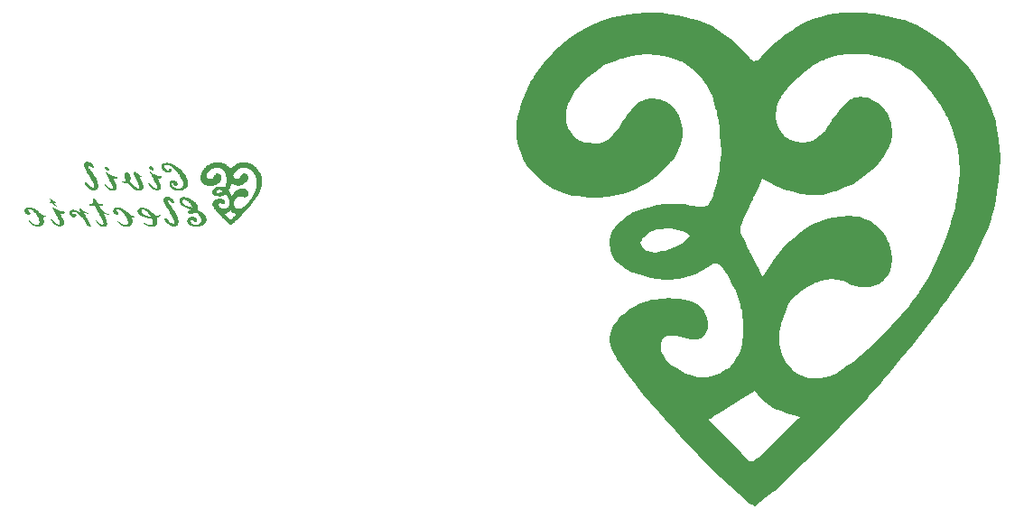
<source format=gbo>
G04*
G04 #@! TF.GenerationSoftware,Altium Limited,Altium Designer,18.1.7 (191)*
G04*
G04 Layer_Color=32896*
%FSLAX44Y44*%
%MOMM*%
G71*
G01*
G75*
G36*
X1083767Y564428D02*
X1092898Y562817D01*
X1100954Y561206D01*
X1107399Y559595D01*
X1112770Y558521D01*
X1115993Y557446D01*
X1116530Y556909D01*
X1117067D01*
X1125660Y553150D01*
X1134253Y548853D01*
X1141773Y543482D01*
X1148755Y538648D01*
X1154125Y534352D01*
X1158422Y530592D01*
X1161107Y527907D01*
X1162182Y526833D01*
X1168090Y520388D01*
X1173460Y513943D01*
X1177757Y507498D01*
X1182054Y501053D01*
X1189036Y488700D01*
X1193869Y477421D01*
X1197092Y467753D01*
X1198703Y463457D01*
X1199240Y460234D01*
X1200314Y457012D01*
Y454864D01*
X1200852Y453789D01*
Y453252D01*
X1201926Y444122D01*
X1202463Y439825D01*
Y436066D01*
X1203000Y432843D01*
Y430158D01*
Y428546D01*
Y428009D01*
X1202463Y417805D01*
X1201389Y407600D01*
X1200314Y397933D01*
X1198703Y389339D01*
X1197092Y381820D01*
X1195481Y375912D01*
X1194944Y373764D01*
Y372153D01*
X1194407Y371616D01*
Y371079D01*
X1191184Y361948D01*
X1187424Y353892D01*
X1184202Y345836D01*
X1180443Y338854D01*
X1177757Y332946D01*
X1175072Y328649D01*
X1173460Y325964D01*
X1172923Y324889D01*
X1162719Y309851D01*
X1157885Y302869D01*
X1153588Y296424D01*
X1149292Y291053D01*
X1146606Y287294D01*
X1144458Y284608D01*
X1143921Y283534D01*
X1132105Y268496D01*
X1120826Y253995D01*
X1109548Y240567D01*
X1099880Y228752D01*
X1095046Y223381D01*
X1091287Y218547D01*
X1087527Y214250D01*
X1084305Y210491D01*
X1081619Y207805D01*
X1080008Y205657D01*
X1078934Y204583D01*
X1078397Y204046D01*
X1065507Y190082D01*
X1052617Y176654D01*
X1040264Y164302D01*
X1028985Y153023D01*
X1024151Y148189D01*
X1019855Y143892D01*
X1015558Y140133D01*
X1012336Y136910D01*
X1009650Y134225D01*
X1007502Y132077D01*
X1006428Y131003D01*
X1005891Y130465D01*
X999983Y125094D01*
X994612Y120261D01*
X993001Y118112D01*
X991389Y116501D01*
X990315Y115964D01*
X989778Y115427D01*
X983333Y110593D01*
X977962Y106297D01*
X975814Y104685D01*
X974203Y103074D01*
X973129Y102537D01*
X972591Y102000D01*
X970443Y103611D01*
X969369Y104148D01*
X967758Y105222D01*
X967221Y105759D01*
X958090Y113816D01*
X948960Y121872D01*
X940903Y129391D01*
X933921Y136373D01*
X928014Y142281D01*
X923180Y147115D01*
X920494Y149800D01*
X919420Y150875D01*
X910827Y160005D01*
X902771Y168598D01*
X895251Y177192D01*
X888269Y184174D01*
X882898Y190619D01*
X878602Y195452D01*
X875916Y198675D01*
X874842Y199749D01*
X868397Y207268D01*
X863026Y214250D01*
X860878Y216936D01*
X859267Y219084D01*
X858193Y220158D01*
X857656Y220695D01*
X851748Y228752D01*
X846914Y235734D01*
X845303Y238419D01*
X843691Y240567D01*
X843154Y242179D01*
X842617Y242716D01*
X839932Y247012D01*
X838321Y250772D01*
X837246Y254531D01*
X836709Y257217D01*
Y259902D01*
Y262051D01*
X837246Y263125D01*
Y263662D01*
X838321Y267421D01*
X839932Y271181D01*
X844229Y277089D01*
X846377Y279774D01*
X848525Y281386D01*
X849599Y282460D01*
X850136Y282997D01*
X854433Y286756D01*
X859267Y289442D01*
X863564Y291590D01*
X867860Y293202D01*
X871083Y294276D01*
X873768Y295350D01*
X875916Y295887D01*
X876453D01*
X887195Y296961D01*
X892566Y297498D01*
X896863Y296961D01*
X903845D01*
X905993Y296424D01*
X906530D01*
X911364Y295350D01*
X915124Y293739D01*
X917809Y292664D01*
X918346Y292127D01*
X918883D01*
X922643Y288905D01*
X925328Y285145D01*
X926402Y282460D01*
X926939Y281923D01*
Y281386D01*
X928014Y278163D01*
X928551Y275478D01*
X929088Y273329D01*
Y272255D01*
X928551Y269033D01*
X927476Y265810D01*
X926402Y263662D01*
X925865Y263125D01*
X923717Y260439D01*
X921569Y259365D01*
X919420Y258828D01*
X912438D01*
X910290Y259365D01*
X909753D01*
X907067Y260439D01*
X904919Y260977D01*
X903308Y261514D01*
X902771D01*
X900085Y262051D01*
X897400Y262588D01*
X895251D01*
X890955Y262051D01*
X887732Y260439D01*
X886121Y258828D01*
X885584Y258291D01*
X884510Y255069D01*
Y251309D01*
Y248624D01*
X885047Y248086D01*
Y247549D01*
X887195Y243790D01*
X889343Y240567D01*
X895251Y234659D01*
X898474Y232511D01*
X900622Y231437D01*
X902234Y230363D01*
X902771Y229826D01*
X907604Y227140D01*
X912438Y225529D01*
X916735Y224455D01*
X919957Y223381D01*
X927476D01*
X932310Y224455D01*
X936607Y225529D01*
X940366Y227140D01*
X943589Y229289D01*
X946274Y230900D01*
X948423Y231974D01*
X949497Y233048D01*
X950034Y233585D01*
X953256Y237345D01*
X955405Y241104D01*
X957553Y244864D01*
X959164Y248086D01*
X960238Y251309D01*
X960776Y253994D01*
X961313Y255606D01*
Y256143D01*
X961850Y263125D01*
Y269570D01*
Y276015D01*
X961313Y281386D01*
X960776Y285682D01*
X959701Y288905D01*
X959164Y291590D01*
Y292127D01*
X957016Y298572D01*
X954868Y304480D01*
X952182Y309851D01*
X949497Y315222D01*
X947348Y318981D01*
X945200Y322204D01*
X944126Y324352D01*
X943589Y324889D01*
X941441Y327575D01*
X939292Y329186D01*
X937681Y330260D01*
X937144D01*
X934458Y329723D01*
X931773Y328649D01*
X929625Y327575D01*
X929088Y327038D01*
X922643Y323278D01*
X916735Y320056D01*
X910827Y317907D01*
X905456Y316296D01*
X901159Y315759D01*
X897937Y315222D01*
X895251Y314685D01*
X888269D01*
X881287Y315759D01*
X875379Y316833D01*
X870008Y317907D01*
X865175Y319519D01*
X861415Y320593D01*
X859267Y321130D01*
X858193Y321667D01*
X852285Y324889D01*
X847451Y328112D01*
X844229Y330797D01*
X843691Y331871D01*
X843154D01*
X841006Y334557D01*
X839395Y337242D01*
X837246Y342613D01*
Y345299D01*
X836709Y347447D01*
Y348521D01*
Y349058D01*
Y352281D01*
X837784Y355503D01*
X839395Y360874D01*
X841543Y364096D01*
X842080Y364633D01*
X842617Y365171D01*
X847451Y370004D01*
X851748Y373764D01*
X855507Y375912D01*
X856044Y376986D01*
X856581D01*
X857119Y377523D01*
X857656D01*
X858193Y378061D01*
X858730D01*
X868934Y381820D01*
X873768Y382894D01*
X878065Y383969D01*
X881287Y385043D01*
X883973D01*
X886121Y385580D01*
X886658D01*
X892029Y386117D01*
X901696D01*
X906530Y385580D01*
X910290Y385043D01*
X912975Y384506D01*
X915124Y383969D01*
X915661D01*
X918883Y383431D01*
X925328D01*
X927476Y383969D01*
X928014D01*
X929088Y385043D01*
X930162Y386117D01*
X932310Y389876D01*
X933921Y393636D01*
X934458Y394710D01*
Y395247D01*
X936607Y402766D01*
X938218Y410286D01*
X939829Y417268D01*
X940366Y423176D01*
X940903Y428546D01*
X941441Y432843D01*
Y434991D01*
Y436066D01*
X940366Y451104D01*
X939829Y458086D01*
X938755Y463994D01*
X937681Y469365D01*
X937144Y473661D01*
X936070Y475810D01*
Y476884D01*
X932847Y487089D01*
X930699Y491385D01*
X928550Y495145D01*
X926939Y498367D01*
X925328Y500516D01*
X924791Y502127D01*
X924254Y502664D01*
X921031Y506423D01*
X917272Y510183D01*
X910290Y515554D01*
X907067Y517702D01*
X904382Y519313D01*
X902770Y519851D01*
X902234Y520388D01*
X896863Y522536D01*
X892029Y524147D01*
X881287Y525758D01*
X871620Y526296D01*
X862489Y525758D01*
X854433Y524147D01*
X848525Y522536D01*
X846377Y521999D01*
X844766Y521462D01*
X843691Y520925D01*
X843154D01*
X831876Y516091D01*
X822745Y509646D01*
X814689Y503201D01*
X808781Y496756D01*
X803947Y490848D01*
X800725Y486014D01*
X799113Y482255D01*
X798576Y481718D01*
Y481180D01*
X796965Y476884D01*
X796428Y473124D01*
X795891Y466679D01*
X796428Y463994D01*
Y461846D01*
X796965Y460771D01*
Y460234D01*
X798039Y457012D01*
X800188Y453789D01*
X803947Y448955D01*
X807707Y446270D01*
X808781Y445196D01*
X809318D01*
X813078Y443585D01*
X816300Y443048D01*
X822745Y442510D01*
X827042D01*
X828116Y443048D01*
X828653D01*
X831876Y444659D01*
X835098Y446270D01*
X840469Y451104D01*
X842080Y453252D01*
X843691Y454864D01*
X844229Y455938D01*
X844766Y456475D01*
X846914Y459697D01*
X848525Y462920D01*
X850136Y465068D01*
X850674Y465605D01*
X852822Y468828D01*
X854433Y471513D01*
X856044Y473124D01*
X856581Y473661D01*
X860341Y477958D01*
X864101Y481180D01*
X867323Y482792D01*
X867860Y483329D01*
X868397D01*
X871083Y484403D01*
X873768Y484940D01*
X878602D01*
X880750Y484403D01*
X882361D01*
X883436Y483866D01*
X883973D01*
X889881Y481180D01*
X894714Y477958D01*
X897400Y475273D01*
X898474Y474736D01*
Y474198D01*
X901696Y468828D01*
X903845Y462920D01*
X904382Y460771D01*
Y458623D01*
X904919Y457549D01*
Y457012D01*
Y450567D01*
X904382Y445196D01*
X903845Y443048D01*
X903308Y441436D01*
X902771Y440362D01*
Y439825D01*
X900085Y433917D01*
X897400Y429084D01*
X894714Y425861D01*
X893640Y425324D01*
Y424787D01*
X886658Y417268D01*
X879676Y411360D01*
X872694Y406526D01*
X866249Y402766D01*
X860341Y399544D01*
X856044Y397933D01*
X853359Y396858D01*
X852285Y396321D01*
X843691Y394173D01*
X834561Y392562D01*
X826505Y392025D01*
X818448D01*
X812003Y392562D01*
X806633Y393099D01*
X805022D01*
X803410Y393636D01*
X802336D01*
X792132Y396858D01*
X783538Y400618D01*
X776019Y405452D01*
X770111Y410286D01*
X765277Y415119D01*
X761518Y418879D01*
X759369Y421564D01*
X758832Y422639D01*
X755610Y428546D01*
X753462Y434454D01*
X751313Y439825D01*
X750239Y444659D01*
X749702Y448955D01*
X749165Y452178D01*
Y454326D01*
Y454864D01*
X749702Y461308D01*
X750239Y467216D01*
X750776Y469365D01*
X751313Y470976D01*
X751850Y472050D01*
Y472587D01*
X753998Y479569D01*
X756147Y486014D01*
X758832Y491922D01*
X760981Y497293D01*
X763129Y501590D01*
X765277Y504812D01*
X766351Y506960D01*
X766889Y507498D01*
X774945Y518239D01*
X779241Y523073D01*
X783001Y527370D01*
X786224Y530592D01*
X788909Y533278D01*
X791057Y534889D01*
X791594Y535426D01*
X799113Y541334D01*
X807170Y546705D01*
X814689Y551001D01*
X821671Y554224D01*
X827579Y556909D01*
X831876Y558521D01*
X835098Y559595D01*
X835635Y560132D01*
X836172D01*
X845303Y562280D01*
X853896Y563891D01*
X862489Y564428D01*
X870008Y564966D01*
X886121D01*
X894177Y563891D01*
X901159Y562817D01*
X908141Y561206D01*
X914049Y559595D01*
X918883Y558521D01*
X922643Y556909D01*
X924791Y556372D01*
X925865Y555835D01*
X932847Y552613D01*
X939292Y548853D01*
X945200Y544556D01*
X950034Y540797D01*
X954331Y537037D01*
X957553Y534352D01*
X959701Y532203D01*
X960238Y531666D01*
X962387Y529518D01*
X964535Y527370D01*
X965609Y525758D01*
X966146Y525221D01*
X968295Y523073D01*
X969906Y521462D01*
X970980Y520388D01*
X971517Y519851D01*
X973665Y520388D01*
X974740D01*
X975814Y520925D01*
X976351Y521462D01*
X978499Y524147D01*
X979036Y524684D01*
X979573Y525221D01*
X982259Y527907D01*
X982796Y528444D01*
X983333Y528981D01*
X989241Y534889D01*
X995686Y540260D01*
X1001594Y545093D01*
X1007502Y548853D01*
X1012336Y552076D01*
X1016095Y554224D01*
X1018243Y555298D01*
X1019317Y555835D01*
X1026837Y559058D01*
X1034356Y561206D01*
X1041875Y563354D01*
X1048320Y564428D01*
X1054228Y564966D01*
X1059062Y565503D01*
X1073563D01*
X1083767Y564428D01*
D02*
G37*
G36*
X347997Y425416D02*
X348886Y425211D01*
X349227Y425075D01*
X349501Y425006D01*
X349706Y424869D01*
X349774D01*
X350526Y424459D01*
X351141Y424049D01*
X351688Y423639D01*
X352098Y423161D01*
X352372Y422819D01*
X352577Y422477D01*
X352714Y422272D01*
X352782Y422204D01*
X352987Y421725D01*
X353055Y421384D01*
X353192Y421110D01*
Y420974D01*
Y420563D01*
X353055Y420222D01*
X352850Y419948D01*
X352782Y419880D01*
X352577Y419743D01*
X352098D01*
X351893Y419812D01*
X351825Y419880D01*
X351483Y420222D01*
X351210Y420495D01*
X351005Y420632D01*
X350936Y420700D01*
X350595Y420974D01*
X350253Y421179D01*
X349979Y421315D01*
X349911Y421384D01*
X349569Y421589D01*
X349227Y421794D01*
X348954Y421862D01*
X348886Y421930D01*
X348476Y421999D01*
X348202Y421930D01*
X348066Y421862D01*
X347997Y421794D01*
X347860Y421452D01*
X347792Y421179D01*
X347860Y420905D01*
Y420837D01*
X348066Y420427D01*
X348134Y420290D01*
Y420222D01*
X348407Y419880D01*
X348476Y419743D01*
X348544Y419675D01*
X349022Y419128D01*
X349433Y418581D01*
X349706Y418239D01*
X349843Y418171D01*
Y418103D01*
X350321Y417556D01*
X350731Y417009D01*
X351005Y416599D01*
X351141Y416531D01*
Y416462D01*
X351962Y415300D01*
X352303Y414753D01*
X352645Y414275D01*
X352919Y413865D01*
X353124Y413523D01*
X353260Y413318D01*
X353329Y413250D01*
X354081Y412088D01*
X354422Y411541D01*
X354764Y411063D01*
X355037Y410652D01*
X355243Y410311D01*
X355311Y410106D01*
X355379Y410037D01*
X355858Y408875D01*
X356063Y408329D01*
X356268Y407850D01*
X356404Y407440D01*
X356541Y407098D01*
X356609Y406893D01*
Y406825D01*
X356883Y405594D01*
X357020Y405048D01*
X357156Y404501D01*
X357225Y404091D01*
Y403749D01*
X357293Y403544D01*
Y403475D01*
X357225Y403202D01*
Y402929D01*
Y402792D01*
Y402724D01*
X357156Y402382D01*
Y402245D01*
Y402177D01*
X357020Y401493D01*
X356746Y400878D01*
X356404Y400331D01*
X356063Y399853D01*
X355789Y399511D01*
X355516Y399238D01*
X355311Y399101D01*
X355243Y399033D01*
X354559Y398691D01*
X353875Y398554D01*
X353260Y398486D01*
X352645Y398554D01*
X352098Y398623D01*
X351688Y398759D01*
X351415Y398828D01*
X351346Y398896D01*
X350595Y399306D01*
X349911Y399716D01*
X349296Y400126D01*
X348749Y400468D01*
X348339Y400810D01*
X347997Y401083D01*
X347792Y401288D01*
X347724Y401357D01*
X346630Y402450D01*
X346152Y402929D01*
X345673Y403407D01*
X345331Y403817D01*
X345058Y404159D01*
X344853Y404364D01*
X344785Y404432D01*
X344648Y404637D01*
X344580Y404911D01*
Y405116D01*
Y405184D01*
Y405526D01*
X344648Y405799D01*
X344716Y405868D01*
X344785Y405936D01*
X344921Y406073D01*
X345195Y406141D01*
X345810D01*
X346015Y406073D01*
X346152Y406004D01*
X346220D01*
X346630Y405731D01*
X346904Y405458D01*
X347109Y405253D01*
X347177Y405184D01*
X347519Y404843D01*
X347792Y404501D01*
X347997Y404227D01*
X348066Y404159D01*
X348612Y403544D01*
X349159Y403065D01*
X349501Y402724D01*
X349569Y402655D01*
X349638Y402587D01*
X350253Y402108D01*
X350868Y401835D01*
X351073Y401698D01*
X351278Y401630D01*
X351415Y401562D01*
X351483D01*
X351893Y401493D01*
X352167Y401425D01*
X352714Y401493D01*
X352987Y401562D01*
X353124Y401630D01*
X353329Y401835D01*
X353465Y402040D01*
X353534Y402587D01*
X353465Y402997D01*
Y403134D01*
Y403202D01*
X353329Y403817D01*
X353192Y404364D01*
X353124Y404706D01*
X353055Y404774D01*
Y404843D01*
X352850Y405458D01*
X352577Y405936D01*
X352440Y406210D01*
X352372Y406346D01*
X351688Y407508D01*
X351073Y408670D01*
X350458Y409696D01*
X349911Y410652D01*
X349433Y411404D01*
X349091Y412020D01*
X348817Y412430D01*
X348749Y412566D01*
X348066Y413728D01*
X347382Y414890D01*
X346835Y415915D01*
X346288Y416872D01*
X345810Y417693D01*
X345468Y418308D01*
X345263Y418718D01*
X345195Y418855D01*
X344853Y419470D01*
X344580Y420017D01*
X344443Y420427D01*
X344375Y420495D01*
Y420563D01*
X344101Y421247D01*
X343965Y421862D01*
X343828Y422341D01*
Y422409D01*
Y422477D01*
X343759Y422887D01*
Y423229D01*
X343896Y423844D01*
X344101Y424186D01*
X344170Y424323D01*
X344648Y424801D01*
X345195Y425143D01*
X345673Y425280D01*
X345810Y425348D01*
X345878D01*
X346288Y425485D01*
X346698Y425553D01*
X347040D01*
X347997Y425416D01*
D02*
G37*
G36*
X494406Y424938D02*
X495705Y424801D01*
X496867Y424664D01*
X497892Y424459D01*
X498712Y424186D01*
X499396Y424049D01*
X499806Y423913D01*
X499874Y423844D01*
X499942D01*
X501104Y423366D01*
X502130Y422819D01*
X503155Y422136D01*
X503975Y421520D01*
X504727Y420974D01*
X505205Y420495D01*
X505547Y420153D01*
X505684Y420017D01*
X506436Y419196D01*
X507119Y418376D01*
X507666Y417556D01*
X508213Y416736D01*
X509101Y415164D01*
X509717Y413728D01*
X510195Y412498D01*
X510332Y412020D01*
X510468Y411541D01*
X510537Y411199D01*
X510605Y410926D01*
X510674Y410789D01*
Y410721D01*
X510810Y409559D01*
X510879Y409012D01*
Y408465D01*
X510947Y408055D01*
Y407713D01*
Y407508D01*
Y407440D01*
X510879Y406141D01*
X510742Y404843D01*
X510605Y403612D01*
X510332Y402519D01*
X510127Y401630D01*
X509990Y400878D01*
X509922Y400605D01*
X509853Y400400D01*
X509785Y400331D01*
Y400263D01*
X509375Y399101D01*
X508896Y398008D01*
X508486Y397051D01*
X508008Y396162D01*
X507666Y395410D01*
X507324Y394863D01*
X507119Y394521D01*
X507051Y394385D01*
X505752Y392471D01*
X505137Y391582D01*
X504590Y390762D01*
X504044Y390079D01*
X503702Y389600D01*
X503428Y389258D01*
X503360Y389122D01*
X501856Y387208D01*
X500353Y385294D01*
X498985Y383585D01*
X497687Y382082D01*
X497072Y381398D01*
X496593Y380851D01*
X496115Y380304D01*
X495705Y379826D01*
X495363Y379484D01*
X495158Y379211D01*
X495021Y379074D01*
X494953Y379006D01*
X493312Y377229D01*
X491672Y375520D01*
X490100Y373879D01*
X488664Y372444D01*
X488049Y371829D01*
X487502Y371282D01*
X486956Y370804D01*
X486545Y370393D01*
X486204Y370052D01*
X485930Y369778D01*
X485794Y369642D01*
X485725Y369573D01*
X484973Y368890D01*
X484358Y368275D01*
X484085Y368069D01*
X483880Y367864D01*
X483743Y367796D01*
X483675Y367728D01*
X482854Y367113D01*
X482171Y366566D01*
X481898Y366361D01*
X481693Y366156D01*
X481556Y366087D01*
X481488Y366019D01*
X481214Y366156D01*
X481077Y366224D01*
X480872Y366429D01*
X480804Y366497D01*
X479642Y367523D01*
X478480Y368548D01*
X477455Y369505D01*
X476566Y370393D01*
X475814Y371145D01*
X475199Y371692D01*
X474857Y372102D01*
X474721Y372239D01*
X473627Y373401D01*
X472602Y374495D01*
X471645Y375520D01*
X470756Y376477D01*
X470073Y377297D01*
X469526Y377912D01*
X469184Y378322D01*
X469048Y378391D01*
Y378459D01*
X468296Y379416D01*
X467612Y380236D01*
X467339Y380578D01*
X467134Y380851D01*
X466997Y380988D01*
X466929Y381056D01*
X466177Y382082D01*
X465493Y382970D01*
X465288Y383312D01*
X465083Y383585D01*
X465015Y383790D01*
X464947Y383859D01*
X464605Y384406D01*
X464400Y384884D01*
X464263Y385363D01*
X464195Y385773D01*
Y386114D01*
Y386388D01*
X464263Y386524D01*
Y386593D01*
X464400Y387071D01*
X464605Y387550D01*
X465151Y388302D01*
X465425Y388575D01*
X465698Y388780D01*
X465835Y388917D01*
X465903Y388985D01*
X466519Y389464D01*
X467065Y389805D01*
X467681Y390079D01*
X468159Y390284D01*
X468637Y390420D01*
X468979Y390557D01*
X469184Y390625D01*
X469253D01*
X470620Y390762D01*
X471303Y390831D01*
X471850Y390762D01*
X472738D01*
X473012Y390694D01*
X473080D01*
X473695Y390557D01*
X474174Y390352D01*
X474516Y390215D01*
X474584Y390147D01*
X474652D01*
X475131Y389805D01*
X475473Y389327D01*
X475678Y388985D01*
X475746Y388917D01*
Y388848D01*
X475883Y388370D01*
X475951Y388028D01*
X476019Y387755D01*
Y387618D01*
X475951Y387208D01*
X475814Y386798D01*
X475678Y386524D01*
X475609Y386456D01*
X475267Y386114D01*
X474994Y385978D01*
X474721Y385909D01*
X474242D01*
X473832Y385978D01*
X473559Y386046D01*
X473490D01*
X473149Y386114D01*
X472875Y386183D01*
X472670Y386251D01*
X472602D01*
X472260Y386319D01*
X471918Y386388D01*
X471713Y386456D01*
X471645D01*
X471098Y386388D01*
X470688Y386183D01*
X470483Y385978D01*
X470415Y385909D01*
X470278Y385431D01*
Y385021D01*
Y384679D01*
X470346Y384611D01*
Y384542D01*
X470620Y384064D01*
X470893Y383654D01*
X471645Y382902D01*
X472055Y382628D01*
X472328Y382423D01*
X472533Y382287D01*
X472602Y382218D01*
X473217Y381876D01*
X473832Y381671D01*
X474379Y381535D01*
X474857Y381466D01*
X475267Y381398D01*
X475814D01*
X476429Y381535D01*
X476908Y381671D01*
X477386Y381945D01*
X477797Y382150D01*
X478138Y382355D01*
X478412Y382560D01*
X478548Y382697D01*
X478617Y382765D01*
X479027Y383244D01*
X479300Y383722D01*
X479574Y384132D01*
X479779Y384611D01*
X479915Y385021D01*
X479984Y385294D01*
X480052Y385499D01*
Y385568D01*
X480121Y386456D01*
Y387345D01*
Y388097D01*
X480052Y388848D01*
X479984Y389395D01*
X479847Y389805D01*
X479779Y390147D01*
Y390215D01*
X479505Y391036D01*
X479232Y391787D01*
X478890Y392471D01*
X478548Y393086D01*
X478275Y393565D01*
X478002Y393975D01*
X477865Y394248D01*
X477797Y394316D01*
X477523Y394658D01*
X477250Y394863D01*
X477045Y395000D01*
X476703D01*
X476361Y394795D01*
X476088Y394658D01*
X476019Y394590D01*
X475199Y394111D01*
X474447Y393701D01*
X473695Y393428D01*
X473012Y393223D01*
X472397Y393154D01*
X471987Y393086D01*
X471645Y393018D01*
X470756D01*
X469936Y393154D01*
X469116Y393291D01*
X468432Y393428D01*
X467817Y393633D01*
X467407Y393770D01*
X467065Y393838D01*
X466997Y393906D01*
X466245Y394316D01*
X465562Y394727D01*
X465151Y395068D01*
X465083Y395205D01*
X465015D01*
X464741Y395547D01*
X464536Y395889D01*
X464263Y396640D01*
Y396914D01*
X464195Y397187D01*
Y397324D01*
Y397392D01*
Y397871D01*
X464331Y398281D01*
X464536Y398964D01*
X464673Y399169D01*
X464810Y399375D01*
X464878Y399443D01*
X464947Y399511D01*
X465562Y400058D01*
X466108Y400536D01*
X466587Y400810D01*
X466655Y400947D01*
X466724D01*
X466860Y401015D01*
X466929D01*
X466997Y401083D01*
X467065D01*
X468296Y401562D01*
X468911Y401767D01*
X469458Y401903D01*
X469868Y401972D01*
X470278Y402040D01*
X470483Y402108D01*
X470551D01*
X471918Y402177D01*
X472533Y402108D01*
X473080D01*
X473559Y402040D01*
X473900Y401972D01*
X474174Y401903D01*
X474242D01*
X474652Y401835D01*
X475062Y401767D01*
X475883D01*
X476019Y401903D01*
X476156Y402108D01*
X476429Y402587D01*
X476635Y403065D01*
X476703Y403202D01*
Y403270D01*
X476976Y404227D01*
X477181Y405184D01*
X477318Y406073D01*
X477386Y406893D01*
X477455Y407577D01*
X477523Y408055D01*
Y408397D01*
Y408534D01*
X477455Y410447D01*
X477318Y411336D01*
X477181Y412088D01*
X477113Y412771D01*
X476976Y413318D01*
X476908Y413592D01*
Y413728D01*
X476429Y414959D01*
X476224Y415505D01*
X475951Y415984D01*
X475678Y416394D01*
X475541Y416667D01*
X475404Y416872D01*
X475336Y416941D01*
X474926Y417488D01*
X474447Y417898D01*
X473969Y418308D01*
X473559Y418650D01*
X473149Y418855D01*
X472807Y419060D01*
X472602Y419196D01*
X472533D01*
X471850Y419470D01*
X471235Y419675D01*
X469868Y419880D01*
X468637Y419948D01*
X467476Y419880D01*
X466450Y419675D01*
X465698Y419470D01*
X465425Y419401D01*
X465220Y419333D01*
X465083Y419265D01*
X465015D01*
X463579Y418650D01*
X462417Y417829D01*
X461460Y417009D01*
X460640Y416189D01*
X460093Y415437D01*
X459683Y414822D01*
X459478Y414343D01*
X459410Y414275D01*
Y414207D01*
X459205Y413728D01*
X459137Y413250D01*
X459068Y412361D01*
X459137Y412020D01*
Y411746D01*
X459205Y411609D01*
Y411541D01*
X459342Y411131D01*
X459615Y410721D01*
X460093Y410174D01*
X460504Y409832D01*
X460640Y409696D01*
X460709D01*
X461187Y409491D01*
X461597Y409354D01*
X462417Y409285D01*
X462691Y409354D01*
X462964D01*
X463101Y409422D01*
X463169D01*
X463579Y409627D01*
X463989Y409832D01*
X464673Y410379D01*
X465083Y410858D01*
X465151Y410994D01*
X465220Y411063D01*
X465493Y411473D01*
X465698Y411883D01*
X465903Y412156D01*
X465972Y412225D01*
X466245Y412635D01*
X466450Y412976D01*
X466655Y413250D01*
X466724Y413318D01*
X467270Y413865D01*
X467749Y414275D01*
X468159Y414480D01*
X468227Y414548D01*
X468296D01*
X468911Y414685D01*
X469526D01*
X469799Y414617D01*
X470005D01*
X470141Y414548D01*
X470210D01*
X470961Y414207D01*
X471577Y413797D01*
X471918Y413455D01*
X472055Y413386D01*
Y413318D01*
X472465Y412635D01*
X472738Y411951D01*
X472807Y411678D01*
Y411404D01*
X472875Y411268D01*
Y411199D01*
Y410379D01*
X472807Y409696D01*
X472738Y409422D01*
X472670Y409217D01*
X472602Y409080D01*
Y409012D01*
X472260Y408260D01*
X471918Y407645D01*
X471577Y407166D01*
X471440Y407098D01*
Y407030D01*
X470551Y406141D01*
X469663Y405321D01*
X468774Y404706D01*
X467954Y404227D01*
X467202Y403886D01*
X466655Y403612D01*
X466314Y403476D01*
X466177Y403407D01*
X465083Y403134D01*
X463921Y402997D01*
X462896Y402929D01*
X461871D01*
X461050Y402997D01*
X460367Y403065D01*
X460162D01*
X459957Y403134D01*
X459820D01*
X458521Y403476D01*
X457428Y404022D01*
X456471Y404569D01*
X455719Y405184D01*
X455104Y405799D01*
X454625Y406278D01*
X454352Y406620D01*
X454284Y406756D01*
X453737Y407918D01*
X453395Y409012D01*
X453190Y410106D01*
X453122Y411131D01*
X453190Y411951D01*
X453258Y412635D01*
X453327Y412840D01*
Y413045D01*
X453395Y413113D01*
Y413181D01*
X453669Y414070D01*
X453942Y414890D01*
X454284Y415642D01*
X454557Y416257D01*
X454831Y416804D01*
X455104Y417214D01*
X455241Y417488D01*
X455309Y417556D01*
X456334Y418991D01*
X456881Y419607D01*
X457428Y420085D01*
X457838Y420563D01*
X458180Y420905D01*
X458453Y421110D01*
X458521Y421179D01*
X459478Y421930D01*
X460435Y422614D01*
X461392Y423092D01*
X462281Y423571D01*
X463033Y423844D01*
X463579Y424118D01*
X463989Y424186D01*
X464058Y424254D01*
X464126D01*
X465288Y424528D01*
X466382Y424733D01*
X467476Y424801D01*
X468432Y424870D01*
X470483D01*
X471508Y424801D01*
X472465Y424664D01*
X473285Y424459D01*
X474037Y424254D01*
X474721Y424049D01*
X475199Y423844D01*
X475473Y423776D01*
X475609Y423708D01*
X476498Y423298D01*
X477318Y422819D01*
X478002Y422341D01*
X478685Y421794D01*
X479164Y421384D01*
X479574Y421042D01*
X479847Y420769D01*
X479915Y420700D01*
X480189Y420427D01*
X480462Y420153D01*
X480599Y419948D01*
X480667Y419880D01*
X480941Y419607D01*
X481146Y419333D01*
X481283Y419128D01*
X481351Y419060D01*
X481624Y419196D01*
X481761Y419265D01*
X481898Y419333D01*
X481966D01*
X482239Y419675D01*
X482308Y419812D01*
X482376D01*
X482718Y420153D01*
X482786Y420290D01*
X482854D01*
X483675Y421110D01*
X484495Y421794D01*
X485247Y422341D01*
X485930Y422819D01*
X486545Y423229D01*
X487024Y423503D01*
X487297Y423639D01*
X487434Y423708D01*
X488391Y424118D01*
X489348Y424459D01*
X490305Y424664D01*
X491193Y424801D01*
X491945Y424938D01*
X492492Y425006D01*
X493039D01*
X494406Y424938D01*
D02*
G37*
G36*
X406779Y421315D02*
X407189Y421179D01*
X407463Y421042D01*
X407531Y420974D01*
X408010Y420495D01*
X408420Y420017D01*
X408693Y419607D01*
X408762Y419470D01*
Y419401D01*
X408898Y419060D01*
X408967Y418786D01*
X409035Y418308D01*
X408967Y418034D01*
Y417966D01*
X408898Y417829D01*
X408762Y417693D01*
X408625Y417624D01*
X408078D01*
X407531Y417898D01*
X407053Y418171D01*
X406711Y418376D01*
X406643Y418445D01*
X406574D01*
X406028Y418786D01*
X405481Y419060D01*
X405139Y419265D01*
X405071Y419333D01*
X405002D01*
X404866Y419401D01*
X404797Y419538D01*
X404729Y419607D01*
Y419675D01*
X404592Y419948D01*
X404524Y420085D01*
X404729Y420358D01*
X404797Y420495D01*
X405002Y420768D01*
X405071Y420837D01*
X405139D01*
X405617Y421179D01*
X405959Y421315D01*
X406233Y421384D01*
X406369D01*
X406779Y421315D01*
D02*
G37*
G36*
X365222Y420837D02*
X365290D01*
X365700Y420700D01*
X366042Y420495D01*
X366521Y420017D01*
X366862Y419607D01*
X366931Y419470D01*
Y419401D01*
X367067Y418991D01*
X367204Y418581D01*
X367272Y417829D01*
Y417488D01*
X367204Y417214D01*
Y417077D01*
Y417009D01*
X366384Y417282D01*
X365700Y417556D01*
X365427Y417624D01*
X365222Y417761D01*
X365153Y417829D01*
X365085D01*
X364402Y418308D01*
X363855Y418650D01*
X363445Y418923D01*
X363376Y419060D01*
X363308D01*
X363240Y419128D01*
X363171Y419265D01*
Y419401D01*
Y419470D01*
Y419880D01*
X363240Y419948D01*
Y420017D01*
X363513Y420358D01*
X363786Y420563D01*
X363991Y420700D01*
X364128Y420768D01*
X364607Y420837D01*
X364948Y420905D01*
X365222Y420837D01*
D02*
G37*
G36*
X364402Y415710D02*
X364538Y415574D01*
X364675Y415505D01*
X364948Y415437D01*
X365017Y415369D01*
X365085D01*
X366794Y414480D01*
X367614Y414070D01*
X368298Y413660D01*
X368913Y413318D01*
X369323Y413045D01*
X369596Y412908D01*
X369733Y412840D01*
X370621Y412430D01*
X371510Y412088D01*
X372330Y411883D01*
X373150Y411678D01*
X373834Y411609D01*
X374313Y411541D01*
X374791D01*
X375133Y411473D01*
X375338Y411336D01*
X375475Y411199D01*
Y411131D01*
X375543Y410858D01*
X375475Y410652D01*
X375406Y410516D01*
Y410447D01*
X374928Y410037D01*
X374791Y409901D01*
X374723Y409832D01*
X374244Y409559D01*
X374039Y409422D01*
X373971D01*
X373629Y409354D01*
X372946D01*
X372535Y409422D01*
X371715D01*
X371920Y408875D01*
X372125Y408465D01*
X372262Y408192D01*
X372330Y408055D01*
X372535Y407645D01*
X372740Y407235D01*
X372809Y406962D01*
X372877Y406893D01*
X373219Y406210D01*
X373492Y405594D01*
X373697Y405116D01*
X373766Y405048D01*
Y404979D01*
X374108Y404296D01*
X374313Y403681D01*
X374449Y403202D01*
X374518Y403134D01*
Y403065D01*
X374654Y402245D01*
X374723Y401493D01*
X374586Y400878D01*
X374449Y400331D01*
X374244Y399853D01*
X374039Y399580D01*
X373902Y399375D01*
X373834Y399306D01*
X373287Y398828D01*
X372740Y398554D01*
X372125Y398349D01*
X371510Y398213D01*
X370143D01*
X369870Y398281D01*
X369596Y398349D01*
X369391Y398418D01*
X369323D01*
X369049Y398554D01*
X368776Y398623D01*
X368571Y398759D01*
X368503D01*
X367409Y399443D01*
X366931Y399785D01*
X366452Y400126D01*
X366110Y400400D01*
X365837Y400605D01*
X365700Y400742D01*
X365632Y400810D01*
X364743Y401698D01*
X364060Y402519D01*
X363786Y402860D01*
X363581Y403134D01*
X363445Y403339D01*
X363376Y403407D01*
X363035Y403886D01*
X362966Y404022D01*
Y404091D01*
Y404432D01*
X363035Y404774D01*
X363171Y405048D01*
X363240Y405184D01*
X363718Y404774D01*
X363855Y404706D01*
X363923Y404637D01*
X364333Y404296D01*
X364470Y404159D01*
X364538Y404091D01*
X365222Y403475D01*
X365837Y402929D01*
X366247Y402519D01*
X366315Y402450D01*
X366384Y402382D01*
X367067Y401835D01*
X367614Y401288D01*
X368092Y400947D01*
X368161Y400878D01*
X368229Y400810D01*
X368571Y400536D01*
X368981Y400331D01*
X369186Y400195D01*
X369323Y400126D01*
X369528Y400058D01*
X369733Y399990D01*
X370143Y400058D01*
X370485Y400195D01*
X370553Y400263D01*
X370621D01*
X370895Y400536D01*
X371032Y400878D01*
X371100Y401083D01*
Y401220D01*
Y401767D01*
X370963Y402245D01*
X370827Y402655D01*
X370758Y402724D01*
Y402792D01*
X370621Y403202D01*
X370416Y403544D01*
X370348Y403749D01*
X370280Y403817D01*
X370143Y404227D01*
X369938Y404569D01*
X369870Y404774D01*
X369801Y404843D01*
X369323Y405731D01*
X368913Y406551D01*
X368776Y406825D01*
X368639Y407098D01*
X368503Y407235D01*
Y407303D01*
X368024Y408192D01*
X367614Y409012D01*
X367409Y409285D01*
X367341Y409559D01*
X367204Y409696D01*
Y409764D01*
X366657Y410789D01*
X366179Y411746D01*
X365974Y412088D01*
X365837Y412361D01*
X365700Y412566D01*
Y412635D01*
X365153Y413797D01*
X364880Y414275D01*
X364607Y414753D01*
X364402Y415164D01*
X364265Y415505D01*
X364197Y415710D01*
X364128Y415779D01*
X364402Y415710D01*
D02*
G37*
G36*
X422500Y424459D02*
X422774Y424391D01*
X422979D01*
X423115Y424323D01*
X423184D01*
X425303Y423639D01*
X427216Y422819D01*
X428994Y421999D01*
X430497Y421179D01*
X431113Y420768D01*
X431728Y420358D01*
X432206Y420085D01*
X432616Y419743D01*
X432958Y419538D01*
X433231Y419333D01*
X433368Y419265D01*
X433437Y419196D01*
X435009Y417829D01*
X436376Y416326D01*
X437538Y414890D01*
X438563Y413455D01*
X439383Y412156D01*
X439656Y411609D01*
X439930Y411131D01*
X440135Y410789D01*
X440272Y410516D01*
X440408Y410311D01*
Y410242D01*
X440750Y409285D01*
X441092Y408465D01*
X441228Y407577D01*
X441365Y406825D01*
X441434Y405389D01*
X441365Y404159D01*
X441160Y403134D01*
X441023Y402792D01*
X440887Y402450D01*
X440818Y402177D01*
X440682Y401972D01*
X440613Y401903D01*
Y401835D01*
X440135Y401220D01*
X439656Y400742D01*
X438494Y399921D01*
X437196Y399306D01*
X435965Y398896D01*
X434804Y398623D01*
X434257Y398554D01*
X433847Y398486D01*
X433505Y398418D01*
X432958D01*
X432343Y398486D01*
X431796Y398554D01*
X431386Y398623D01*
X431249D01*
X430634Y398691D01*
X430087Y398828D01*
X429745Y398896D01*
X429609Y398964D01*
X428310Y399443D01*
X427763Y399716D01*
X427285Y399990D01*
X426875Y400195D01*
X426533Y400400D01*
X426328Y400468D01*
X426260Y400536D01*
X425781Y400947D01*
X425303Y401425D01*
X424961Y401835D01*
X424688Y402314D01*
X424414Y402724D01*
X424277Y403065D01*
X424141Y403339D01*
Y403407D01*
X423936Y404159D01*
Y404774D01*
Y405048D01*
Y405253D01*
Y405321D01*
Y405389D01*
X424004Y405731D01*
X424141Y406073D01*
X424414Y406620D01*
X424756Y406962D01*
X424824Y407098D01*
X424893D01*
X425234Y407372D01*
X425508Y407645D01*
X426123Y407918D01*
X426533Y408123D01*
X427490D01*
X428173Y407987D01*
X428447D01*
X428652Y407918D01*
X428789Y407850D01*
X428857D01*
X429609Y407508D01*
X430156Y407166D01*
X430566Y406962D01*
X430634Y406825D01*
X430702D01*
X431181Y406278D01*
X431454Y405663D01*
X431523Y405389D01*
Y405184D01*
X431591Y405048D01*
Y404979D01*
Y404364D01*
X431523Y403954D01*
X431454Y403681D01*
X431386Y403612D01*
X431113Y403270D01*
X430771Y403065D01*
X430497Y402929D01*
X430361D01*
X429814Y402860D01*
X429404D01*
X429130Y402929D01*
X429062Y402997D01*
X428720Y403270D01*
X428447Y403612D01*
X428310Y403886D01*
X428242Y404022D01*
X428037Y404432D01*
X427968Y404569D01*
Y404637D01*
X427832Y405048D01*
X427695Y405116D01*
Y405184D01*
X427558Y405321D01*
X427421Y405389D01*
X427285Y405458D01*
X427216D01*
X427011Y405526D01*
X426875D01*
X426738Y405458D01*
X426601Y405389D01*
X426465Y405253D01*
X426396Y405184D01*
Y405116D01*
X426328Y404911D01*
Y404706D01*
Y404637D01*
Y404569D01*
X426396Y404159D01*
X426465Y404022D01*
Y403954D01*
X426670Y403544D01*
X426738Y403407D01*
Y403339D01*
X427148Y402724D01*
X427627Y402245D01*
X428173Y401767D01*
X428720Y401425D01*
X429199Y401152D01*
X429609Y400947D01*
X429882Y400878D01*
X429950Y400810D01*
X430771Y400536D01*
X431523Y400400D01*
X432206Y400331D01*
X432753D01*
X433300Y400400D01*
X433642Y400468D01*
X433915Y400536D01*
X433983D01*
X434872Y400947D01*
X435487Y401357D01*
X435897Y401698D01*
X435965Y401767D01*
X436034Y401835D01*
X436444Y402655D01*
X436717Y403407D01*
X436786Y403749D01*
X436854Y404022D01*
Y404159D01*
Y404227D01*
Y405184D01*
X436786Y406073D01*
X436717Y406346D01*
Y406620D01*
X436649Y406756D01*
Y406825D01*
X436376Y407713D01*
X436102Y408465D01*
X435965Y408807D01*
X435829Y409012D01*
X435760Y409149D01*
Y409217D01*
X434872Y410858D01*
X434462Y411609D01*
X434052Y412225D01*
X433710Y412771D01*
X433437Y413250D01*
X433300Y413523D01*
X433231Y413592D01*
X432138Y415095D01*
X431591Y415779D01*
X431113Y416394D01*
X430634Y416872D01*
X430292Y417214D01*
X430087Y417488D01*
X430019Y417556D01*
X428925Y418650D01*
X428447Y419128D01*
X427968Y419538D01*
X427558Y419880D01*
X427216Y420153D01*
X427011Y420290D01*
X426943Y420358D01*
X425713Y421179D01*
X425098Y421520D01*
X424482Y421794D01*
X424004Y422067D01*
X423662Y422204D01*
X423389Y422341D01*
X423321D01*
X422910Y422477D01*
X422500Y422546D01*
X422227Y422614D01*
X422159D01*
X421680Y422682D01*
X421338Y422751D01*
X420928D01*
X420518Y422682D01*
X420176Y422614D01*
X419971Y422477D01*
X419903Y422409D01*
X419630Y422067D01*
X419493Y421725D01*
X419424Y421452D01*
Y421384D01*
Y421315D01*
Y420905D01*
X419493Y420495D01*
X419766Y419743D01*
X419971Y419401D01*
X420108Y419196D01*
X420176Y419060D01*
X420245Y418991D01*
X420586Y418581D01*
X420928Y418239D01*
X421270Y417966D01*
X421612Y417829D01*
X421885Y417693D01*
X422090Y417624D01*
X422227Y417556D01*
X423184D01*
X423457Y417693D01*
X423594Y417966D01*
X423662Y418239D01*
Y418376D01*
X423731Y418650D01*
X423799Y418786D01*
X423936Y419060D01*
X424141Y419128D01*
X424893D01*
X425098Y419060D01*
X425166D01*
X425508Y418923D01*
X425781Y418650D01*
X425918Y418445D01*
X425986Y418376D01*
X426123Y417966D01*
X426054Y417624D01*
Y417351D01*
X425986Y417282D01*
X425576Y416736D01*
X425234Y416326D01*
X424961Y416052D01*
X424824Y415984D01*
X424277Y415710D01*
X423731Y415574D01*
X423252Y415505D01*
X423115D01*
X422159Y415574D01*
X421270Y415779D01*
X420518Y416052D01*
X419835Y416462D01*
X419288Y416804D01*
X418946Y417146D01*
X418673Y417351D01*
X418604Y417419D01*
X417989Y418171D01*
X417511Y418855D01*
X417100Y419470D01*
X416827Y420017D01*
X416622Y420495D01*
X416485Y420905D01*
X416417Y421110D01*
Y421179D01*
X416349Y421589D01*
Y421930D01*
X416485Y422546D01*
X416690Y422956D01*
X416759Y423024D01*
Y423092D01*
X417237Y423639D01*
X417784Y423981D01*
X418262Y424118D01*
X418399Y424186D01*
X418467D01*
X419356Y424323D01*
X420108Y424391D01*
X420381D01*
X420655Y424459D01*
X420860D01*
X421748Y424528D01*
X422500Y424459D01*
D02*
G37*
G36*
X406164Y415984D02*
X406574Y415779D01*
X406916Y415642D01*
X406984Y415574D01*
X407395Y415369D01*
X407736Y415164D01*
X408010Y415027D01*
X408078Y414959D01*
X409514Y414207D01*
X410129Y413865D01*
X410744Y413592D01*
X411222Y413318D01*
X411632Y413113D01*
X411906Y413045D01*
X411974Y412976D01*
X412726Y412635D01*
X413410Y412430D01*
X414161Y412225D01*
X414776Y412156D01*
X415392Y412088D01*
X415802Y412020D01*
X416212D01*
X416554Y411951D01*
X416827Y411746D01*
X416964Y411541D01*
Y411473D01*
X417032Y411131D01*
X416895Y410789D01*
X416759Y410584D01*
X416690Y410516D01*
X416212Y410242D01*
X416007Y410174D01*
X415938Y410106D01*
X415597Y409969D01*
X415323Y409901D01*
X415118Y409832D01*
X415050D01*
X414776Y409764D01*
X413136D01*
X413546Y409012D01*
X413820Y408397D01*
X414093Y407987D01*
X414161Y407918D01*
Y407850D01*
X414503Y407166D01*
X414776Y406620D01*
X414982Y406210D01*
X415050Y406141D01*
Y406073D01*
X415255Y405458D01*
X415460Y404911D01*
X415597Y404501D01*
X415665Y404432D01*
Y404364D01*
X415870Y403749D01*
X416007Y403202D01*
X416144Y402792D01*
Y402724D01*
Y402655D01*
Y401767D01*
X416075Y401083D01*
X416007Y400810D01*
X415938Y400605D01*
X415870Y400468D01*
Y400400D01*
X415392Y399785D01*
X414913Y399375D01*
X414503Y399101D01*
X414435Y399033D01*
X414366D01*
X413615Y398828D01*
X412999Y398691D01*
X412726Y398623D01*
X412316D01*
X411564Y398691D01*
X410949Y398828D01*
X410676Y398896D01*
X410470Y398964D01*
X410402Y399033D01*
X410334D01*
X409650Y399375D01*
X409035Y399785D01*
X408557Y400126D01*
X408078Y400468D01*
X407668Y400742D01*
X407395Y401015D01*
X407258Y401152D01*
X407189Y401220D01*
X406164Y402245D01*
X405344Y403202D01*
X405002Y403544D01*
X404797Y403886D01*
X404660Y404091D01*
X404592Y404159D01*
X404387Y404569D01*
X404319Y404706D01*
Y404774D01*
X404387Y405048D01*
X404524Y405321D01*
X404729Y405526D01*
X404797Y405594D01*
X405276Y405184D01*
X405412Y405048D01*
X405481Y404979D01*
X405959Y404569D01*
X406096Y404432D01*
X406164Y404364D01*
X406779Y403817D01*
X407326Y403270D01*
X407736Y402929D01*
X407805Y402860D01*
X407873Y402792D01*
X408557Y402245D01*
X409103Y401767D01*
X409514Y401425D01*
X409582Y401288D01*
X409650D01*
X410060Y401015D01*
X410402Y400810D01*
X410676Y400673D01*
X410744Y400605D01*
X410949Y400536D01*
X411222Y400468D01*
X411632Y400536D01*
X411974Y400605D01*
X412043Y400673D01*
X412111D01*
X412384Y400947D01*
X412521Y401288D01*
X412589Y401562D01*
Y401630D01*
X412521Y402177D01*
X412384Y402724D01*
X412248Y403134D01*
X412179Y403202D01*
Y403270D01*
X412043Y403681D01*
X411837Y404022D01*
X411769Y404227D01*
X411701Y404296D01*
X411564Y404706D01*
X411359Y405048D01*
X411291Y405253D01*
X411222Y405321D01*
X410744Y406278D01*
X410265Y407098D01*
X410129Y407372D01*
X409992Y407645D01*
X409855Y407782D01*
Y407850D01*
X409377Y408739D01*
X408967Y409559D01*
X408762Y409832D01*
X408693Y410106D01*
X408557Y410242D01*
Y410311D01*
X408010Y411336D01*
X407600Y412293D01*
X407395Y412635D01*
X407326Y412908D01*
X407189Y413113D01*
Y413181D01*
X406643Y414275D01*
X406096Y415232D01*
X405891Y415642D01*
X405754Y415984D01*
X405686Y416189D01*
X405617Y416257D01*
X406164Y415984D01*
D02*
G37*
G36*
X392015Y415915D02*
X392152Y415847D01*
X392221D01*
X393314Y415164D01*
X394203Y414480D01*
X394613Y414275D01*
X394886Y414070D01*
X395091Y413933D01*
X395160Y413865D01*
X396185Y413181D01*
X397142Y412498D01*
X397484Y412293D01*
X397757Y412088D01*
X397962Y411951D01*
X398030Y411883D01*
Y411814D01*
Y411746D01*
Y411541D01*
Y411473D01*
Y411404D01*
X397689Y411473D01*
X397347D01*
X397074Y411541D01*
X396595D01*
X396185Y411609D01*
X395775D01*
X395912Y411268D01*
X396048Y410994D01*
X396117Y410858D01*
X396185Y410789D01*
X396390Y410379D01*
X396458Y410242D01*
X396527Y410174D01*
X396937Y409285D01*
X397347Y408534D01*
X397484Y408192D01*
X397620Y407987D01*
X397689Y407850D01*
Y407782D01*
X398099Y406893D01*
X398509Y406141D01*
X398646Y405868D01*
X398782Y405594D01*
X398851Y405458D01*
Y405389D01*
X399124Y404706D01*
X399329Y404159D01*
X399466Y403681D01*
X399534Y403612D01*
Y403544D01*
X399603Y402860D01*
X399671Y402245D01*
X399603Y401767D01*
Y401698D01*
Y401630D01*
X399466Y400810D01*
X399261Y400195D01*
X399056Y399853D01*
X398987Y399716D01*
X398782Y399511D01*
X398577Y399306D01*
X398030Y399033D01*
X397552Y398896D01*
X397415Y398828D01*
X397347D01*
X396458Y398691D01*
X395638Y398623D01*
X394886D01*
X394203Y398691D01*
X393656Y398759D01*
X393246Y398896D01*
X392972Y398964D01*
X392904D01*
X392152Y399238D01*
X391400Y399580D01*
X390785Y399921D01*
X390170Y400263D01*
X389760Y400605D01*
X389350Y400878D01*
X389145Y401083D01*
X389076Y401152D01*
X388461Y401630D01*
X387914Y402108D01*
X387573Y402519D01*
X387504Y402587D01*
X387436Y402655D01*
X386889Y403270D01*
X386411Y403817D01*
X386069Y404227D01*
X385932Y404296D01*
Y404364D01*
X385591Y404706D01*
X385317Y404911D01*
X385112Y404979D01*
X385044Y405048D01*
X384634Y405116D01*
X384224Y405184D01*
X383950Y405116D01*
X383813D01*
X383335Y405048D01*
X382925D01*
X382241Y405116D01*
X381968Y405184D01*
X381763Y405253D01*
X381626Y405321D01*
X381558D01*
X380806Y405799D01*
X380259Y406278D01*
X379849Y406688D01*
X379781Y406825D01*
X379712Y406893D01*
X380396Y407030D01*
X381011D01*
X381421Y406962D01*
X381489Y406893D01*
X381558D01*
X381899Y406825D01*
X382241D01*
X382788Y406962D01*
X383198Y407166D01*
X383266Y407303D01*
X383335D01*
X383130Y407850D01*
X382925Y408329D01*
X382856Y408670D01*
X382788Y408807D01*
X382583Y409354D01*
X382446Y409764D01*
X382310Y410106D01*
Y410242D01*
X382173Y410789D01*
X382036Y411199D01*
X381968Y411541D01*
Y411678D01*
X381899Y412225D01*
X381831Y412703D01*
Y413045D01*
Y413181D01*
Y413728D01*
X381899Y414207D01*
X381968Y414480D01*
Y414617D01*
X382241Y415027D01*
X382583Y415369D01*
X382856Y415574D01*
X382925Y415642D01*
X382993D01*
X383472Y415779D01*
X383882D01*
X384155Y415710D01*
X384292Y415642D01*
X384702Y415437D01*
X385044Y415232D01*
X385317Y415027D01*
X385385Y414959D01*
X385932Y414480D01*
X386411Y413933D01*
X386821Y413455D01*
X387094Y412976D01*
X387299Y412566D01*
X387436Y412225D01*
X387504Y412020D01*
Y411951D01*
X387641Y411336D01*
Y410721D01*
Y410106D01*
Y409559D01*
X387573Y409080D01*
X387504Y408739D01*
X387436Y408465D01*
Y408397D01*
X387368Y407987D01*
X387299Y407577D01*
Y407303D01*
Y407235D01*
X387368Y406893D01*
X387504Y406551D01*
X387641Y406278D01*
X387709Y406210D01*
X388735Y404979D01*
X389282Y404432D01*
X389760Y403954D01*
X390170Y403612D01*
X390512Y403339D01*
X390717Y403134D01*
X390785Y403065D01*
X392084Y402108D01*
X392699Y401630D01*
X393246Y401288D01*
X393656Y400947D01*
X393998Y400673D01*
X394271Y400536D01*
X394339Y400468D01*
X394408Y400400D01*
X394476D01*
X394544Y400331D01*
X394955Y400263D01*
X395296Y400331D01*
X395501Y400400D01*
X395570Y400468D01*
X395843Y400742D01*
X395980Y401083D01*
Y401357D01*
Y401493D01*
X395912Y401835D01*
Y401972D01*
Y402040D01*
X395843Y402519D01*
X395775Y402655D01*
Y402724D01*
X395433Y403612D01*
X395091Y404296D01*
X395023Y404637D01*
X394886Y404843D01*
X394818Y404979D01*
Y405048D01*
X394476Y405936D01*
X394134Y406688D01*
X393998Y407030D01*
X393861Y407235D01*
X393793Y407372D01*
Y407440D01*
X393177Y408739D01*
X392904Y409354D01*
X392631Y409832D01*
X392426Y410311D01*
X392289Y410652D01*
X392221Y410858D01*
X392152Y410926D01*
X391537Y412225D01*
X391264Y412840D01*
X391059Y413386D01*
X390854Y413797D01*
X390717Y414207D01*
X390580Y414412D01*
Y414480D01*
Y414959D01*
Y415095D01*
Y415164D01*
X390648Y415437D01*
X390717Y415642D01*
X390785Y415779D01*
X390854D01*
X391059Y415915D01*
X391264Y415984D01*
X391810D01*
X392015Y415915D01*
D02*
G37*
G36*
X422910Y392539D02*
X423799Y392403D01*
X424141Y392266D01*
X424414Y392198D01*
X424551Y392129D01*
X424619D01*
X425439Y391651D01*
X426123Y391172D01*
X426396Y390899D01*
X426601Y390762D01*
X426738Y390625D01*
X426806Y390557D01*
X427080Y390215D01*
X427285Y389942D01*
X427421Y389737D01*
X427490Y389669D01*
X427695Y389327D01*
X427900Y388985D01*
X427968Y388712D01*
X428037Y388643D01*
X428173Y388302D01*
X428242Y387960D01*
Y387686D01*
Y387618D01*
X428173Y387276D01*
X427968Y387003D01*
X427763Y386866D01*
X427695Y386798D01*
X427490D01*
X427216Y386866D01*
X427011Y386935D01*
X426943Y387003D01*
X426601Y387140D01*
X426328Y387345D01*
X426191Y387413D01*
X426123Y387481D01*
X425781Y387755D01*
X425644Y387823D01*
Y387891D01*
X425303Y388233D01*
X425234Y388370D01*
X425166D01*
X424756Y388643D01*
X424619Y388712D01*
X424551D01*
X424072Y388917D01*
X423936Y388985D01*
X423867D01*
X423457Y389053D01*
X423184Y388985D01*
X423047Y388917D01*
X422979Y388848D01*
X422774Y388575D01*
Y388233D01*
Y388028D01*
Y387891D01*
X422979Y387413D01*
X423047Y387276D01*
X423115Y387208D01*
X423389Y386798D01*
X423457Y386661D01*
X423526Y386593D01*
X424004Y385978D01*
X424414Y385499D01*
X424688Y385089D01*
X424824Y385021D01*
Y384952D01*
X425234Y384406D01*
X425644Y383859D01*
X425918Y383517D01*
X425986Y383449D01*
Y383380D01*
X426806Y382150D01*
X427216Y381535D01*
X427558Y381056D01*
X427900Y380578D01*
X428105Y380236D01*
X428242Y380031D01*
X428310Y379963D01*
X429130Y378732D01*
X429540Y378186D01*
X429814Y377639D01*
X430087Y377229D01*
X430292Y376819D01*
X430429Y376613D01*
X430497Y376545D01*
X431113Y375383D01*
X431318Y374768D01*
X431523Y374290D01*
X431659Y373811D01*
X431796Y373469D01*
X431864Y373264D01*
Y373196D01*
X432206Y371966D01*
X432343Y371350D01*
X432411Y370872D01*
X432480Y370393D01*
X432548Y370052D01*
X432616Y369847D01*
Y369778D01*
X432480Y368753D01*
X432275Y367864D01*
X431933Y367044D01*
X431591Y366429D01*
X431181Y365951D01*
X430908Y365541D01*
X430634Y365336D01*
X430566Y365267D01*
X430156Y364994D01*
X429745Y364857D01*
X428857Y364652D01*
X428037D01*
X427216Y364789D01*
X426465Y364994D01*
X425918Y365199D01*
X425508Y365404D01*
X425371Y365472D01*
X424209Y366224D01*
X423662Y366566D01*
X423252Y366908D01*
X422910Y367249D01*
X422569Y367454D01*
X422432Y367591D01*
X422364Y367659D01*
X421338Y368685D01*
X420450Y369573D01*
X420108Y369915D01*
X419835Y370188D01*
X419698Y370393D01*
X419630Y370462D01*
X419424Y370804D01*
X419219Y371077D01*
X419151Y371282D01*
X419083Y371350D01*
Y371692D01*
X419219Y372034D01*
X419356Y372239D01*
X419424Y372307D01*
X419766Y372581D01*
X420108Y372649D01*
X420450D01*
X420860Y372512D01*
X421133Y372307D01*
X421407Y372171D01*
X421475Y372102D01*
X421748Y371760D01*
X422022Y371487D01*
X422227Y371282D01*
X422295Y371214D01*
X422637Y370872D01*
X422910Y370598D01*
X423047Y370393D01*
X423115Y370325D01*
X423731Y369710D01*
X424209Y369163D01*
X424619Y368821D01*
X424688Y368753D01*
X424756Y368685D01*
X425371Y368206D01*
X425986Y367864D01*
X426260Y367796D01*
X426465Y367728D01*
X426601Y367659D01*
X426670D01*
X427353Y367591D01*
X427832D01*
X428105Y367659D01*
X428173Y367728D01*
X428447Y368138D01*
X428583Y368548D01*
Y368958D01*
Y369026D01*
Y369095D01*
X428447Y369710D01*
X428378Y370257D01*
X428242Y370667D01*
Y370735D01*
Y370804D01*
X428037Y371419D01*
X427763Y371897D01*
X427627Y372239D01*
X427558Y372376D01*
X426875Y373606D01*
X426260Y374768D01*
X425644Y375862D01*
X425098Y376819D01*
X424619Y377639D01*
X424277Y378322D01*
X424004Y378732D01*
X423936Y378801D01*
Y378869D01*
X423252Y380099D01*
X422569Y381261D01*
X421885Y382287D01*
X421338Y383312D01*
X420860Y384132D01*
X420518Y384747D01*
X420245Y385157D01*
X420176Y385226D01*
Y385294D01*
X419903Y385841D01*
X419630Y386319D01*
X419424Y386661D01*
X419356Y386798D01*
X419083Y387345D01*
X418878Y387891D01*
X418741Y388233D01*
X418673Y388302D01*
Y388370D01*
X418467Y389053D01*
X418399Y389669D01*
X418467Y390215D01*
X418536Y390694D01*
X418673Y391036D01*
X418809Y391309D01*
X418878Y391446D01*
X418946Y391514D01*
X419356Y391924D01*
X419766Y392198D01*
X420313Y392403D01*
X420792Y392539D01*
X421202Y392608D01*
X421612Y392676D01*
X421953D01*
X422910Y392539D01*
D02*
G37*
G36*
X312933Y390830D02*
X313480Y390420D01*
X313958Y390010D01*
X314368Y389737D01*
X314710Y389532D01*
X314915Y389395D01*
X314984Y389327D01*
X316145Y388507D01*
X316692Y388097D01*
X317171Y387755D01*
X317512Y387413D01*
X317854Y387208D01*
X318059Y387071D01*
X318128Y387003D01*
X317718Y386866D01*
X317444Y386798D01*
X317239Y386730D01*
X317171D01*
X316829Y386661D01*
X316556Y386524D01*
X316350Y386456D01*
X316282D01*
X316692Y385909D01*
X317034Y385499D01*
X317307Y385226D01*
X317376Y385089D01*
X317786Y384611D01*
X318059Y384201D01*
X318333Y383927D01*
X318401Y383859D01*
X318333Y383790D01*
X318264D01*
X318196Y383722D01*
Y383654D01*
X316897Y384337D01*
X316350Y384679D01*
X315804Y385021D01*
X315394Y385294D01*
X314984Y385431D01*
X314778Y385568D01*
X314710Y385636D01*
X313411Y386388D01*
X312796Y386730D01*
X312249Y387071D01*
X311771Y387345D01*
X311429Y387550D01*
X311156Y387686D01*
X311087Y387755D01*
X311566Y387823D01*
X311908Y387891D01*
X312113Y387960D01*
X312181D01*
X312523Y388028D01*
X312796Y388097D01*
X313070Y388165D01*
X313138D01*
X312865Y388780D01*
X312591Y389327D01*
X312454Y389737D01*
X312386Y389805D01*
Y389874D01*
X312113Y390489D01*
X311908Y391104D01*
X311771Y391582D01*
X311703Y391651D01*
Y391719D01*
X312933Y390830D01*
D02*
G37*
G36*
X341162Y381740D02*
X341230Y381671D01*
X341436Y381466D01*
X341504Y381398D01*
X342529Y380441D01*
X343486Y379689D01*
X343828Y379416D01*
X344170Y379211D01*
X344375Y379142D01*
X344443Y379074D01*
X345605Y378459D01*
X346152Y378186D01*
X346630Y377980D01*
X347040Y377707D01*
X347382Y377570D01*
X347587Y377502D01*
X347655Y377434D01*
X347929Y377297D01*
X347997Y377229D01*
X348202Y377092D01*
X348271Y377024D01*
X348202Y376955D01*
Y376887D01*
Y376819D01*
Y376750D01*
X347450Y376955D01*
X346835Y377092D01*
X346562Y377160D01*
X346357Y377229D01*
X346220D01*
X345468Y377434D01*
X344716Y377639D01*
X344443Y377707D01*
X344170D01*
X344033Y377775D01*
X343965D01*
X344716Y376545D01*
X345331Y375383D01*
X345947Y374290D01*
X346493Y373333D01*
X346972Y372512D01*
X347314Y371897D01*
X347519Y371487D01*
X347587Y371419D01*
Y371350D01*
X348202Y370188D01*
X348817Y369026D01*
X349364Y368001D01*
X349843Y367044D01*
X350253Y366224D01*
X350526Y365609D01*
X350731Y365199D01*
X350800Y365130D01*
Y365062D01*
X349979Y364994D01*
X348817D01*
X348407Y365062D01*
X348134Y365130D01*
X347929D01*
X347792Y365199D01*
X347519Y365336D01*
X347245Y365609D01*
X346767Y366292D01*
X346630Y366634D01*
X346493Y366908D01*
X346357Y367113D01*
Y367181D01*
X345742Y368480D01*
X345126Y369642D01*
X344443Y370667D01*
X343828Y371555D01*
X343281Y372307D01*
X342803Y372854D01*
X342529Y373196D01*
X342392Y373333D01*
X341436Y374290D01*
X340479Y375110D01*
X339590Y375862D01*
X338701Y376545D01*
X337950Y377160D01*
X337403Y377570D01*
X336993Y377844D01*
X336856Y377912D01*
X336514Y378117D01*
X336172Y378254D01*
X335899Y378391D01*
X335831D01*
X335421Y378527D01*
X335079Y378664D01*
X334805Y378801D01*
X334737D01*
X334464Y378869D01*
X334190D01*
X333985Y378801D01*
X333917D01*
X333643Y378664D01*
X333438Y378459D01*
X333370Y378254D01*
X333302Y378186D01*
X333165Y377775D01*
Y377570D01*
Y377502D01*
Y377229D01*
X333233Y377024D01*
X333302Y376887D01*
Y376819D01*
X333438Y376545D01*
X333643Y376408D01*
X333848D01*
X334327Y376477D01*
X334532Y376545D01*
X335215D01*
X335762Y376477D01*
X336036Y376408D01*
X336172Y376340D01*
X336514Y376067D01*
X336719Y375793D01*
X336788Y375520D01*
Y375452D01*
X336719Y374905D01*
X336582Y374495D01*
X336377Y374221D01*
X336309Y374153D01*
X335831Y373811D01*
X335352Y373606D01*
X335010Y373469D01*
X334190D01*
X333780Y373538D01*
X333643Y373606D01*
X333575D01*
X333097Y373811D01*
X332687Y374016D01*
X332003Y374563D01*
X331730Y374768D01*
X331525Y374973D01*
X331456Y375110D01*
X331388Y375178D01*
X331114Y375588D01*
X330841Y375998D01*
X330568Y376819D01*
X330499Y377092D01*
X330431Y377365D01*
Y377502D01*
Y377570D01*
X330499Y378391D01*
X330636Y378937D01*
X330841Y379347D01*
X330909Y379484D01*
X331388Y379963D01*
X331935Y380236D01*
X332413Y380373D01*
X332550Y380441D01*
X332618D01*
X333097Y380509D01*
X334395D01*
X334805Y380441D01*
X335079Y380373D01*
X335215D01*
X336241Y380031D01*
X337129Y379689D01*
X337539Y379553D01*
X337813Y379416D01*
X337950Y379347D01*
X338018D01*
X338975Y378937D01*
X339863Y378527D01*
X340205Y378391D01*
X340479Y378254D01*
X340684Y378186D01*
X340752D01*
X340547Y378664D01*
X340342Y379074D01*
X340274Y379347D01*
X340205Y379416D01*
X340000Y379894D01*
X339795Y380236D01*
X339727Y380509D01*
X339658Y380646D01*
Y380988D01*
Y381125D01*
Y381193D01*
X339727Y381398D01*
X339795Y381535D01*
X339863Y381671D01*
X340000Y381740D01*
X340137Y381808D01*
X340889D01*
X341162Y381740D01*
D02*
G37*
G36*
X353670Y390625D02*
X353739D01*
X354012Y390557D01*
X354217Y390420D01*
X354354Y390352D01*
X354422Y390284D01*
X354832Y389942D01*
X354901Y389874D01*
X354969Y389805D01*
X355311Y389395D01*
X355584Y389053D01*
X355721Y388780D01*
X355789Y388712D01*
X356131Y388233D01*
X356336Y387891D01*
X356473Y387618D01*
X356541Y387481D01*
X356883Y387003D01*
X357156Y386661D01*
X357361Y386456D01*
X357430Y386388D01*
X357840Y386251D01*
X358318Y386183D01*
X358660Y386114D01*
X359685D01*
X359959Y386046D01*
X360095D01*
X360574Y385909D01*
X360984Y385773D01*
X361257Y385704D01*
X361394Y385636D01*
X361599Y385568D01*
X361668Y385362D01*
X361804Y385226D01*
Y385157D01*
X362078Y384679D01*
X362146Y384542D01*
Y384474D01*
X361804Y384269D01*
X361736Y384201D01*
X361668D01*
X361257Y384064D01*
X361189Y383995D01*
X361121D01*
X360642Y383927D01*
X360300D01*
X360027Y383859D01*
X358797D01*
X358387Y383790D01*
X358250D01*
X358865Y383038D01*
X359344Y382423D01*
X359617Y381945D01*
X359754Y381876D01*
Y381808D01*
X360232Y381125D01*
X360642Y380646D01*
X360916Y380304D01*
X361052Y380168D01*
X361599Y379621D01*
X362146Y379211D01*
X362556Y378937D01*
X362624Y378801D01*
X362693D01*
X363308Y378391D01*
X363786Y377980D01*
X364197Y377707D01*
X364265Y377639D01*
X364333D01*
X364948Y377297D01*
X365495Y377024D01*
X365974Y376819D01*
X366042Y376750D01*
X366110D01*
X366794Y376477D01*
X367341Y376203D01*
X367751Y375998D01*
X367819Y375930D01*
X367887D01*
X367819Y375793D01*
Y375725D01*
X367751Y375657D01*
X367682Y375588D01*
X366794Y375793D01*
X365974Y375998D01*
X365632Y376067D01*
X365359Y376135D01*
X365222Y376203D01*
X365153D01*
X364197Y376408D01*
X363376Y376682D01*
X363035Y376750D01*
X362761Y376819D01*
X362556Y376887D01*
X362488D01*
X362966Y375793D01*
X363240Y375246D01*
X363445Y374836D01*
X363581Y374495D01*
X363718Y374221D01*
X363855Y374016D01*
Y373948D01*
X364265Y372854D01*
X364607Y371966D01*
X364743Y371555D01*
X364880Y371282D01*
X364948Y371077D01*
Y371009D01*
X365153Y370325D01*
X365290Y369778D01*
X365427Y369368D01*
Y369300D01*
Y369231D01*
X365495Y368548D01*
X365564Y367933D01*
Y367454D01*
Y367386D01*
Y367318D01*
Y366908D01*
X365427Y366497D01*
X365153Y365814D01*
X364948Y365541D01*
X364812Y365336D01*
X364743Y365267D01*
X364675Y365199D01*
X364333Y364925D01*
X363991Y364789D01*
X363376Y364515D01*
X363103D01*
X362898Y364447D01*
X362419D01*
X361736Y364515D01*
X361121Y364652D01*
X360642Y364720D01*
X360574Y364789D01*
X360505D01*
X359822Y365062D01*
X359275Y365404D01*
X358865Y365609D01*
X358797Y365746D01*
X358728D01*
X357908Y366429D01*
X357293Y367113D01*
X357020Y367386D01*
X356815Y367523D01*
X356746Y367659D01*
X356678Y367728D01*
X356063Y368616D01*
X355584Y369368D01*
X355448Y369710D01*
X355311Y369983D01*
X355174Y370120D01*
Y370188D01*
X355037Y370598D01*
X354969Y370667D01*
Y370735D01*
X354901Y371145D01*
X354832Y371214D01*
Y371282D01*
X354969Y371350D01*
X355037Y371419D01*
X355106Y371487D01*
X355174D01*
X355653Y370940D01*
X356063Y370462D01*
X356336Y370120D01*
X356473Y370052D01*
Y369983D01*
X357020Y369436D01*
X357498Y368958D01*
X357771Y368616D01*
X357908Y368480D01*
X358318Y368069D01*
X358660Y367796D01*
X358933Y367523D01*
X359070Y367454D01*
X359480Y367113D01*
X359890Y366908D01*
X360164Y366771D01*
X360300Y366702D01*
X360574Y366566D01*
X360847Y366497D01*
X361326D01*
X361599Y366566D01*
X361736Y366634D01*
X361941Y366771D01*
X362078Y366976D01*
X362214Y367386D01*
Y367796D01*
Y367864D01*
Y367933D01*
X362146Y368411D01*
X362009Y368753D01*
X361941Y369026D01*
X361873Y369163D01*
X361668Y369642D01*
X361531Y369983D01*
X361394Y370257D01*
X361326Y370393D01*
X360711Y371692D01*
X360437Y372307D01*
X360164Y372786D01*
X359959Y373264D01*
X359754Y373606D01*
X359685Y373811D01*
X359617Y373879D01*
X358933Y375110D01*
X358660Y375725D01*
X358387Y376203D01*
X358182Y376682D01*
X357976Y377024D01*
X357908Y377229D01*
X357840Y377297D01*
X357293Y378322D01*
X356815Y379142D01*
X356678Y379484D01*
X356541Y379758D01*
X356404Y379894D01*
Y379963D01*
X355858Y380988D01*
X355448Y381876D01*
X355243Y382218D01*
X355174Y382492D01*
X355037Y382628D01*
Y382697D01*
X354764Y383175D01*
X354491Y383517D01*
X354286Y383722D01*
X354217Y383790D01*
X353739Y383995D01*
X353329Y384064D01*
X352850D01*
X352372Y383995D01*
X351620D01*
X351141Y384064D01*
X350321D01*
X349911Y384132D01*
X349638Y384201D01*
X349433Y384269D01*
X349364D01*
X349091Y384474D01*
X348954Y384816D01*
X348886Y385021D01*
Y385157D01*
X348954Y385568D01*
X349159Y385773D01*
X349296Y385909D01*
X349364Y385978D01*
X349706Y386046D01*
X349979Y386114D01*
X350185Y386183D01*
X350253D01*
X350731Y386251D01*
X351141D01*
X351415Y386319D01*
X351552D01*
X352030Y386388D01*
X352508D01*
X352850Y386456D01*
X352987D01*
X352850Y386798D01*
X352714Y387003D01*
X352645Y387140D01*
Y387208D01*
X352508Y387618D01*
X352440Y387686D01*
Y387755D01*
X352235Y388165D01*
X352167Y388302D01*
Y388370D01*
X352030Y388780D01*
X351962Y388917D01*
Y388985D01*
Y389600D01*
X352098Y390079D01*
X352303Y390352D01*
X352372Y390420D01*
X352577Y390557D01*
X352782Y390625D01*
X353260Y390694D01*
X353602D01*
X353670Y390625D01*
D02*
G37*
G36*
X437674Y392471D02*
X438836Y392334D01*
X439998Y392129D01*
X441023Y391856D01*
X441844Y391582D01*
X442596Y391309D01*
X443142Y391036D01*
X443484Y390899D01*
X443621Y390831D01*
X444578Y390284D01*
X445535Y389669D01*
X446355Y389053D01*
X447107Y388507D01*
X447722Y387960D01*
X448200Y387550D01*
X448474Y387276D01*
X448610Y387208D01*
X449089Y386661D01*
X449499Y386114D01*
X449772Y385704D01*
X449841Y385568D01*
Y385499D01*
X450251Y384816D01*
X450524Y384201D01*
X450798Y383722D01*
X450866Y383654D01*
Y383585D01*
X450934Y383244D01*
X451003Y382833D01*
Y382628D01*
Y382492D01*
Y382082D01*
Y381740D01*
X450934Y381466D01*
Y381398D01*
X450798Y380851D01*
Y380441D01*
X450866Y380168D01*
X450934Y380099D01*
X451208Y379894D01*
X451550Y379689D01*
X451823Y379553D01*
X451891Y379484D01*
X451960D01*
X452917Y379074D01*
X453737Y378596D01*
X454079Y378391D01*
X454352Y378254D01*
X454489Y378186D01*
X454557Y378117D01*
X455446Y377502D01*
X456129Y376887D01*
X456403Y376614D01*
X456539Y376408D01*
X456676Y376272D01*
X456744Y376203D01*
X457223Y375657D01*
X457633Y375041D01*
X457906Y374495D01*
X458180Y373879D01*
X458521Y372786D01*
X458658Y371829D01*
Y370940D01*
Y370325D01*
X458590Y370052D01*
X458521Y369847D01*
Y369778D01*
Y369710D01*
X458316Y369095D01*
X458043Y368616D01*
X457291Y367659D01*
X456471Y366908D01*
X455651Y366292D01*
X454831Y365882D01*
X454147Y365541D01*
X453873Y365472D01*
X453669Y365404D01*
X453600Y365336D01*
X453532D01*
X452917Y365130D01*
X452370Y365062D01*
X451960Y364925D01*
X451823D01*
X451208Y364789D01*
X450729Y364720D01*
X450388Y364652D01*
X450251D01*
X449362Y364584D01*
X448610Y364652D01*
X447859D01*
X447175Y364720D01*
X446628Y364857D01*
X446218Y364925D01*
X445945Y364994D01*
X445876D01*
X445125Y365267D01*
X444441Y365541D01*
X443758Y365882D01*
X443211Y366224D01*
X442732Y366497D01*
X442391Y366771D01*
X442186Y366908D01*
X442117Y366976D01*
X441570Y367523D01*
X441160Y368069D01*
X440887Y368616D01*
X440750Y369095D01*
X440682Y369505D01*
X440613Y369915D01*
Y370120D01*
Y370188D01*
X440750Y370872D01*
X440955Y371487D01*
X441297Y372034D01*
X441639Y372444D01*
X441912Y372786D01*
X442186Y373059D01*
X442391Y373196D01*
X442459Y373264D01*
X443074Y373606D01*
X443689Y373811D01*
X444236Y374016D01*
X444783Y374085D01*
X445261Y374153D01*
X445945D01*
X446628Y374016D01*
X447243Y373811D01*
X447790Y373606D01*
X448269Y373333D01*
X448610Y373059D01*
X448952Y372854D01*
X449089Y372717D01*
X449157Y372649D01*
X449431Y372376D01*
X449636Y372034D01*
X449909Y371555D01*
X450046Y371145D01*
Y371077D01*
Y371009D01*
Y370735D01*
Y370462D01*
X449841Y370052D01*
X449636Y369710D01*
X449567Y369642D01*
X449089Y369368D01*
X448679Y369231D01*
X448337Y369163D01*
X448200D01*
X447585Y369300D01*
X447107Y369573D01*
X446765Y369778D01*
X446628Y369915D01*
X446355Y370257D01*
X446218Y370393D01*
Y370462D01*
X445876Y370804D01*
X445808Y370872D01*
X445740D01*
X445398Y370940D01*
X445125Y371009D01*
X444920Y371077D01*
X444373D01*
X444236Y371009D01*
X444168D01*
X443963Y370804D01*
X443826Y370598D01*
X443758Y370393D01*
Y370325D01*
Y369983D01*
Y369710D01*
X443826Y369573D01*
Y369505D01*
X443963Y369095D01*
X444168Y368821D01*
X444304Y368548D01*
X444373Y368480D01*
X444646Y368138D01*
X444920Y367864D01*
X445125Y367659D01*
X445193Y367591D01*
X445945Y367181D01*
X446697Y366908D01*
X446970Y366839D01*
X447175D01*
X447312Y366771D01*
X447380D01*
X448269Y366634D01*
X449772D01*
X450456Y366702D01*
X451071Y366908D01*
X451618Y367113D01*
X452028Y367318D01*
X452370Y367591D01*
X452643Y367796D01*
X452780Y367933D01*
X452848Y368001D01*
X453190Y368548D01*
X453463Y369095D01*
X453669Y369642D01*
X453737Y370188D01*
X453805Y370667D01*
Y371009D01*
Y371282D01*
Y371350D01*
X453600Y372512D01*
X453395Y372991D01*
X453258Y373401D01*
X453122Y373743D01*
X452985Y374016D01*
X452848Y374153D01*
Y374221D01*
X452233Y375110D01*
X451550Y375862D01*
X451344Y376135D01*
X451139Y376340D01*
X451003Y376408D01*
X450934Y376477D01*
X450183Y377024D01*
X449499Y377365D01*
X449294Y377502D01*
X449089Y377570D01*
X448952Y377639D01*
X448884D01*
X448474Y377707D01*
X448064D01*
X447243Y377570D01*
X446902Y377502D01*
X446628Y377434D01*
X446492Y377297D01*
X446423D01*
X445671Y376955D01*
X444988Y376819D01*
X444715Y376750D01*
X443484D01*
X442801Y376887D01*
X442596Y376955D01*
X442391Y377024D01*
X442254Y377092D01*
X442186D01*
X441844Y377229D01*
X441639Y377434D01*
X441297Y377775D01*
X441092Y378049D01*
Y378186D01*
Y378459D01*
X441160Y378664D01*
X441502Y379142D01*
X441775Y379416D01*
X441844Y379553D01*
X441912D01*
X442391Y379826D01*
X442527Y379963D01*
X442596D01*
X442937Y380168D01*
X443279Y380304D01*
X443484Y380441D01*
X443621Y380509D01*
X443211Y380715D01*
X442869Y380851D01*
X442664Y380988D01*
X442596D01*
X442117Y381261D01*
X441912Y381330D01*
X441844D01*
X440887Y381808D01*
X439998Y382218D01*
X439656Y382423D01*
X439383Y382492D01*
X439246Y382628D01*
X439178D01*
X438221Y383107D01*
X437332Y383585D01*
X437059Y383790D01*
X436786Y383927D01*
X436649Y383995D01*
X436581Y384064D01*
X436034Y384406D01*
X435555Y384816D01*
X435214Y385089D01*
X435077Y385226D01*
X434598Y385773D01*
X434188Y386319D01*
X433983Y386661D01*
X433915Y386730D01*
Y386798D01*
X433573Y387618D01*
X433437Y388370D01*
X433368Y389053D01*
Y389600D01*
X433437Y390079D01*
X433505Y390420D01*
X433573Y390625D01*
Y390694D01*
X433915Y391241D01*
X434462Y391651D01*
X435009Y391992D01*
X435624Y392198D01*
X436171Y392403D01*
X436649Y392471D01*
X436991Y392539D01*
X437606D01*
X437674Y392471D01*
D02*
G37*
G36*
X314984Y382560D02*
X315394Y382492D01*
X315667Y382423D01*
X315735Y382355D01*
X316077Y382218D01*
X316419Y382013D01*
X316624Y381945D01*
X316692Y381876D01*
X318196Y381056D01*
X318880Y380714D01*
X319495Y380441D01*
X319973Y380168D01*
X320383Y379963D01*
X320657Y379826D01*
X320725Y379758D01*
X321477Y379416D01*
X322229Y379211D01*
X322981Y379006D01*
X323664Y378869D01*
X324211D01*
X324689Y378801D01*
X325305D01*
X325441Y378732D01*
X325578Y378664D01*
X325646Y378596D01*
X325783Y378459D01*
X325920Y378322D01*
X325988Y378254D01*
Y378186D01*
Y377980D01*
Y377775D01*
X325920Y377639D01*
Y377570D01*
X325783Y377160D01*
X325646Y377092D01*
Y377024D01*
X325373Y376887D01*
X325099Y376750D01*
X324894Y376682D01*
X324826Y376613D01*
X324484Y376545D01*
X324143Y376477D01*
X323937Y376408D01*
X323869D01*
X323596Y376340D01*
X322024D01*
X322434Y375588D01*
X322707Y374973D01*
X322844Y374700D01*
X322981Y374495D01*
X323049Y374426D01*
Y374358D01*
X323459Y373606D01*
X323732Y372991D01*
X323869Y372717D01*
X324006Y372512D01*
X324074Y372444D01*
Y372376D01*
X324416Y371555D01*
X324689Y370872D01*
X324826Y370598D01*
X324894Y370393D01*
X324963Y370257D01*
Y370188D01*
X325099Y369368D01*
X325168Y368616D01*
Y368275D01*
X325099Y368001D01*
Y367864D01*
Y367796D01*
X324894Y367044D01*
X324621Y366497D01*
X324416Y366087D01*
X324279Y366019D01*
Y365951D01*
X323732Y365472D01*
X323117Y365199D01*
X322776Y365130D01*
X322570Y365062D01*
X322434Y364994D01*
X322365D01*
X321887Y364925D01*
X321477Y364857D01*
X321067D01*
X320588Y364925D01*
X320247Y364994D01*
X319973Y365062D01*
X319836D01*
X319016Y365404D01*
X318264Y365746D01*
X317581Y366156D01*
X317034Y366497D01*
X316556Y366839D01*
X316214Y367113D01*
X316009Y367249D01*
X315940Y367318D01*
X314847Y368480D01*
X314300Y369095D01*
X313890Y369573D01*
X313548Y370052D01*
X313206Y370393D01*
X313070Y370667D01*
X313001Y370735D01*
X312933Y371077D01*
Y371145D01*
Y371214D01*
X313001Y371624D01*
Y371692D01*
Y371760D01*
X313343Y371692D01*
X313548D01*
X313753Y371624D01*
X313890Y371555D01*
X314027Y371487D01*
X314437Y371145D01*
X314710Y370804D01*
X314984Y370530D01*
X315052Y370462D01*
X315394Y370120D01*
X315735Y369778D01*
X316009Y369573D01*
X316077Y369505D01*
X316692Y369026D01*
X317171Y368548D01*
X317581Y368275D01*
X317649Y368138D01*
X317718D01*
X318264Y367659D01*
X318811Y367249D01*
X319221Y366976D01*
X319290Y366908D01*
X319358D01*
X319700Y366771D01*
X319973Y366702D01*
X320452D01*
X320725Y366771D01*
X320862Y366839D01*
X321203Y367249D01*
X321340Y367728D01*
X321409Y368138D01*
Y368206D01*
Y368275D01*
X321340Y368616D01*
X321272Y368958D01*
X321203Y369163D01*
Y369231D01*
X321067Y369505D01*
X320998Y369778D01*
X320862Y369983D01*
Y370052D01*
X320247Y371282D01*
X319973Y371897D01*
X319700Y372376D01*
X319495Y372854D01*
X319290Y373196D01*
X319221Y373401D01*
X319153Y373469D01*
X318469Y374700D01*
X318196Y375246D01*
X317923Y375725D01*
X317718Y376135D01*
X317512Y376477D01*
X317444Y376682D01*
X317376Y376750D01*
X316829Y377844D01*
X316350Y378732D01*
X316214Y379142D01*
X316077Y379416D01*
X315940Y379621D01*
Y379689D01*
X315394Y380783D01*
X314915Y381671D01*
X314778Y382082D01*
X314642Y382355D01*
X314505Y382560D01*
Y382628D01*
X314984Y382560D01*
D02*
G37*
G36*
X293863Y382697D02*
X294068D01*
X294273Y382628D01*
X294478D01*
X295298Y382492D01*
X296050Y382287D01*
X296665Y382082D01*
X297281Y381808D01*
X297759Y381603D01*
X298101Y381398D01*
X298374Y381261D01*
X298442Y381193D01*
X299741Y380236D01*
X300356Y379758D01*
X300835Y379347D01*
X301245Y379006D01*
X301587Y378732D01*
X301792Y378527D01*
X301860Y378459D01*
X302612Y377775D01*
X303227Y377160D01*
X303500Y376887D01*
X303706Y376682D01*
X303774Y376613D01*
X303842Y376545D01*
X304662Y375930D01*
X305414Y375520D01*
X305688Y375383D01*
X305961Y375246D01*
X306098Y375178D01*
X306166D01*
X306645Y374973D01*
X306986Y374905D01*
X307260Y374768D01*
X307397D01*
X307807Y374631D01*
X308148Y374495D01*
X308422Y374426D01*
X308559Y374358D01*
Y374221D01*
Y374153D01*
Y374016D01*
Y373948D01*
X308080Y373879D01*
X307602Y373811D01*
X307328Y373743D01*
X307191D01*
X306645Y373674D01*
X306166Y373606D01*
X305893Y373538D01*
X305756D01*
X305893Y372923D01*
X305961Y372376D01*
X306029Y372034D01*
X306098Y371966D01*
Y371897D01*
X306234Y371350D01*
X306303Y370872D01*
X306371Y370530D01*
Y370462D01*
Y370393D01*
Y369710D01*
X306303Y369026D01*
X306166Y368411D01*
X306029Y367933D01*
X305893Y367523D01*
X305688Y367249D01*
X305619Y367044D01*
X305551Y366976D01*
X305141Y366566D01*
X304662Y366156D01*
X303706Y365609D01*
X303295Y365404D01*
X302954Y365267D01*
X302749Y365130D01*
X302680D01*
X301587Y364925D01*
X300425Y364857D01*
X299399Y364994D01*
X298442Y365199D01*
X297622Y365472D01*
X296939Y365677D01*
X296529Y365882D01*
X296460Y365951D01*
X296392D01*
X295298Y366566D01*
X294341Y367318D01*
X293589Y368138D01*
X293043Y368890D01*
X292633Y369642D01*
X292359Y370188D01*
X292222Y370598D01*
X292154Y370667D01*
Y370735D01*
X292838Y370257D01*
X293384Y369847D01*
X293726Y369573D01*
X293795Y369436D01*
X293863D01*
X294410Y368958D01*
X294888Y368616D01*
X295230Y368343D01*
X295298Y368275D01*
X295367D01*
X295982Y367933D01*
X296529Y367591D01*
X296939Y367318D01*
X297007Y367249D01*
X297075D01*
X297759Y366976D01*
X298306Y366771D01*
X298784Y366702D01*
X298853Y366634D01*
X298921D01*
X299536Y366566D01*
X300083Y366497D01*
X300561Y366566D01*
X300903Y366634D01*
X301176Y366771D01*
X301450Y366839D01*
X301518Y366976D01*
X301587D01*
X301860Y367318D01*
X301997Y367796D01*
X302202Y368685D01*
Y369095D01*
Y369436D01*
Y369642D01*
Y369710D01*
X301928Y370872D01*
X301792Y371419D01*
X301587Y371897D01*
X301450Y372239D01*
X301382Y372512D01*
X301245Y372717D01*
Y372786D01*
X300698Y373811D01*
X300220Y374700D01*
X300014Y375110D01*
X299878Y375383D01*
X299809Y375520D01*
X299741Y375588D01*
X299194Y376477D01*
X298716Y377160D01*
X298511Y377434D01*
X298374Y377639D01*
X298306Y377775D01*
X298237Y377844D01*
X297554Y378596D01*
X296870Y379211D01*
X296529Y379416D01*
X296324Y379553D01*
X296187Y379689D01*
X296119D01*
X295503Y379963D01*
X294956Y380236D01*
X294615Y380373D01*
X294546Y380441D01*
X294478D01*
X293795Y380714D01*
X293248Y380851D01*
X292838Y380988D01*
X292769Y381056D01*
X292291D01*
X292154Y380988D01*
X292086D01*
X291676Y380851D01*
X291539Y380783D01*
X291471D01*
X291676Y380441D01*
X291744Y380304D01*
Y380236D01*
X291881Y379894D01*
X291949Y379758D01*
X292017Y379689D01*
X292428Y379211D01*
X292564Y379074D01*
X292633Y379006D01*
X293043Y378527D01*
X293179Y378322D01*
X293248Y378254D01*
X293384Y377844D01*
X293521Y377502D01*
X293589Y377229D01*
Y377092D01*
X293521Y376682D01*
X293384Y376340D01*
X293179Y376067D01*
X293111Y375998D01*
X292769Y375793D01*
X292428Y375657D01*
X292154Y375588D01*
X292086D01*
X291676Y375657D01*
X291334Y375725D01*
X291061Y375793D01*
X290992Y375862D01*
X290582Y376135D01*
X290240Y376340D01*
X290035Y376477D01*
X289967Y376545D01*
X289625Y376819D01*
X289283Y377092D01*
X289078Y377297D01*
X289010Y377365D01*
X288668Y377775D01*
X288463Y378186D01*
X288190Y378937D01*
X288121Y379211D01*
X288053Y379416D01*
Y379552D01*
Y379621D01*
Y379894D01*
Y380168D01*
X288121Y380373D01*
Y380441D01*
X288326Y381056D01*
X288668Y381466D01*
X289078Y381876D01*
X289488Y382150D01*
X289898Y382355D01*
X290172Y382492D01*
X290445Y382560D01*
X290514D01*
X291197Y382697D01*
X291812Y382765D01*
X293179Y382765D01*
X293863Y382697D01*
D02*
G37*
G36*
X399671Y382355D02*
X400149Y382287D01*
X400491Y382218D01*
X400628D01*
X401721Y381945D01*
X402747Y381603D01*
X403704Y381193D01*
X404524Y380783D01*
X405207Y380441D01*
X405686Y380168D01*
X405959Y379963D01*
X406096Y379894D01*
X406916Y379279D01*
X407736Y378527D01*
X408420Y377844D01*
X409035Y377229D01*
X409582Y376613D01*
X409924Y376135D01*
X410197Y375862D01*
X410265Y375725D01*
X410539Y375383D01*
X410812Y375110D01*
X411222Y374768D01*
X411564Y374631D01*
X411632Y374563D01*
X412179D01*
X412794Y374700D01*
X413068Y374768D01*
X413273Y374836D01*
X413410Y374905D01*
X413478D01*
X413956Y375110D01*
X414366Y375315D01*
X414640Y375452D01*
X414776Y375520D01*
X415255Y375725D01*
X415733Y375862D01*
X416075Y375998D01*
X416144Y376067D01*
X416212D01*
X416007Y375520D01*
X415733Y375178D01*
X415528Y374905D01*
X415460Y374836D01*
X415050Y374495D01*
X414708Y374221D01*
X414435Y374084D01*
X414366Y374016D01*
X413956Y373811D01*
X413615Y373606D01*
X413341Y373469D01*
X413204Y373401D01*
X412794Y373196D01*
X412589Y372991D01*
X412453Y372786D01*
X412384Y372717D01*
X412316Y372307D01*
Y371966D01*
X412384Y371692D01*
X412453Y371555D01*
X412589Y371077D01*
X412726Y370735D01*
X412794Y370462D01*
Y370325D01*
X412863Y369573D01*
X412794Y368821D01*
X412658Y368206D01*
X412521Y367659D01*
X412384Y367181D01*
X412179Y366839D01*
X412111Y366634D01*
X412043Y366566D01*
X411564Y366019D01*
X411086Y365541D01*
X410470Y365267D01*
X409924Y364994D01*
X409377Y364857D01*
X408967Y364789D01*
X408693Y364720D01*
X408283D01*
X408147Y364652D01*
X407873Y364584D01*
X406848D01*
X405959Y364652D01*
X405139Y364857D01*
X404455Y364994D01*
X403909Y365199D01*
X403430Y365404D01*
X403157Y365472D01*
X403088Y365541D01*
X401653Y366497D01*
X400970Y366908D01*
X400423Y367386D01*
X399944Y367796D01*
X399603Y368069D01*
X399398Y368275D01*
X399329Y368343D01*
X399398Y368548D01*
X399466Y368616D01*
X399534Y368753D01*
Y368821D01*
X400013Y368548D01*
X400491Y368343D01*
X400833Y368206D01*
X400901Y368138D01*
X400970D01*
X401448Y367864D01*
X401926Y367659D01*
X402200Y367523D01*
X402337Y367454D01*
X403020Y367113D01*
X403704Y366839D01*
X403909Y366771D01*
X404114Y366702D01*
X404250Y366634D01*
X404319D01*
X405071Y366429D01*
X405754Y366292D01*
X406028Y366224D01*
X406438D01*
X407121Y366361D01*
X407600Y366497D01*
X407941Y366702D01*
X408010Y366771D01*
X408147Y366908D01*
X408283Y367113D01*
X408420Y367591D01*
X408488Y368001D01*
Y368138D01*
Y368206D01*
Y368685D01*
X408420Y369163D01*
X408352Y369436D01*
Y369573D01*
X408215Y370120D01*
X408147Y370598D01*
X408078Y370872D01*
Y371009D01*
X407941Y371555D01*
X407736Y371966D01*
X407600Y372171D01*
X407531Y372239D01*
X407053Y372444D01*
X406643Y372512D01*
X406301Y372581D01*
X404319D01*
X403840Y372649D01*
X403430Y372717D01*
X403088Y372786D01*
X402883Y372854D01*
X402815D01*
X401653Y373196D01*
X401106Y373401D01*
X400628Y373538D01*
X400218Y373743D01*
X399944Y373811D01*
X399739Y373948D01*
X399671D01*
X398919Y374290D01*
X398236Y374631D01*
X397962Y374836D01*
X397757Y374905D01*
X397620Y375041D01*
X397552D01*
X396800Y375520D01*
X396185Y375930D01*
X395912Y376135D01*
X395706Y376272D01*
X395638Y376408D01*
X395570D01*
X395023Y376955D01*
X394613Y377502D01*
X394339Y377980D01*
X394271Y378049D01*
Y378117D01*
X394203Y378527D01*
X394134Y378869D01*
X394203Y379621D01*
Y379894D01*
X394271Y380099D01*
X394339Y380236D01*
Y380304D01*
X394681Y381056D01*
X395160Y381535D01*
X395501Y381876D01*
X395570Y381945D01*
X395638D01*
X396322Y382218D01*
X397005Y382355D01*
X397210D01*
X397415Y382423D01*
X399124D01*
X399671Y382355D01*
D02*
G37*
G36*
X376568Y382492D02*
X377525Y382355D01*
X378414Y382218D01*
X379165Y382013D01*
X379781Y381740D01*
X380259Y381603D01*
X380532Y381466D01*
X380669Y381398D01*
X382241Y380373D01*
X382925Y379894D01*
X383540Y379416D01*
X384018Y379006D01*
X384428Y378664D01*
X384702Y378391D01*
X384770Y378322D01*
X385864Y377297D01*
X386821Y376477D01*
X387231Y376203D01*
X387504Y375930D01*
X387709Y375793D01*
X387778Y375725D01*
X389008Y375041D01*
X389623Y374768D01*
X390170Y374563D01*
X390648Y374358D01*
X390990Y374221D01*
X391264Y374153D01*
X391332D01*
X391400Y374084D01*
X391469Y374016D01*
X391537Y373948D01*
X391605Y373811D01*
X391674Y373743D01*
Y373674D01*
X391059Y373606D01*
X390580Y373538D01*
X390307Y373469D01*
X390170D01*
X389692Y373401D01*
X389282Y373333D01*
X389008Y373264D01*
X388871D01*
X389008Y372581D01*
X389076Y371966D01*
X389145Y371487D01*
X389213Y371419D01*
Y371350D01*
X389282Y370667D01*
X389350Y370120D01*
X389418Y369710D01*
Y369642D01*
Y369573D01*
Y368890D01*
X389282Y368343D01*
X389145Y367864D01*
X388940Y367386D01*
X388803Y367113D01*
X388598Y366839D01*
X388530Y366702D01*
X388461Y366634D01*
X388051Y366156D01*
X387573Y365814D01*
X387094Y365472D01*
X386684Y365267D01*
X386274Y365062D01*
X385932Y364925D01*
X385727Y364857D01*
X385659D01*
X384428Y364652D01*
X383266D01*
X382173Y364720D01*
X381216Y364994D01*
X380464Y365199D01*
X379849Y365472D01*
X379439Y365677D01*
X379302Y365746D01*
X378209Y366361D01*
X377320Y367113D01*
X376637Y367864D01*
X376090Y368616D01*
X375680Y369231D01*
X375475Y369778D01*
X375338Y370120D01*
X375269Y370257D01*
X376226Y369573D01*
X377047Y369026D01*
X377388Y368821D01*
X377662Y368616D01*
X377798Y368548D01*
X377867Y368480D01*
X378824Y367864D01*
X379644Y367386D01*
X379986Y367181D01*
X380259Y367044D01*
X380396Y366908D01*
X380464D01*
X380874Y366702D01*
X381216Y366634D01*
X381489Y366497D01*
X381558D01*
X382036Y366429D01*
X382515Y366292D01*
X382788Y366224D01*
X383403D01*
X383745Y366292D01*
X384018Y366361D01*
X384087Y366429D01*
X384428Y366702D01*
X384634Y366976D01*
X384770Y367181D01*
X384839Y367249D01*
X384975Y367659D01*
X385044Y368001D01*
X385112Y368275D01*
Y368343D01*
X385180Y368753D01*
Y369095D01*
X385112Y369368D01*
Y369436D01*
X384907Y370393D01*
X384634Y371350D01*
X384360Y372171D01*
X384018Y372923D01*
X383813Y373538D01*
X383608Y373948D01*
X383472Y374290D01*
X383403Y374358D01*
X382925Y375178D01*
X382378Y375930D01*
X381899Y376682D01*
X381421Y377297D01*
X380943Y377775D01*
X380601Y378186D01*
X380396Y378459D01*
X380327Y378527D01*
X379644Y379142D01*
X379029Y379553D01*
X378755Y379758D01*
X378550Y379894D01*
X378414Y379963D01*
X378345D01*
X377525Y380304D01*
X376773Y380578D01*
X376500Y380646D01*
X376226D01*
X376090Y380714D01*
X375475D01*
X375338Y380646D01*
X375269D01*
X374996Y380578D01*
X374723D01*
X374518Y380509D01*
X374449D01*
X374723Y380099D01*
X374791Y379963D01*
Y379894D01*
X375064Y379484D01*
X375133Y379347D01*
Y379279D01*
X375406Y378869D01*
X375611Y378527D01*
X375816Y378254D01*
X375885Y378186D01*
X376158Y377775D01*
X376363Y377434D01*
X376431Y377160D01*
X376500Y377024D01*
X376568Y376682D01*
X376500Y376408D01*
X376431Y375998D01*
X376226Y375725D01*
X376158Y375657D01*
X375680Y375452D01*
X375201Y375383D01*
X374654D01*
X374449Y375452D01*
X374313Y375520D01*
X374039Y375588D01*
X373971D01*
X373014Y376203D01*
X372330Y376819D01*
X372057Y377092D01*
X371852Y377297D01*
X371783Y377434D01*
X371715Y377502D01*
X371442Y377980D01*
X371305Y378391D01*
X371168Y378801D01*
X371100Y379142D01*
Y379484D01*
X371168Y379689D01*
Y379826D01*
Y379894D01*
X371305Y380373D01*
X371510Y380783D01*
X371989Y381466D01*
X372399Y381808D01*
X372535Y381945D01*
X372604D01*
X373014Y382150D01*
X373492Y382287D01*
X374449Y382492D01*
X374859Y382560D01*
X375543D01*
X376568Y382492D01*
D02*
G37*
%LPC*%
G36*
X1068192Y526833D02*
X1059062Y526296D01*
X1051543Y525221D01*
X1045098Y523610D01*
X1040264Y521999D01*
X1037041Y520925D01*
X1035967Y520388D01*
X1027911Y516091D01*
X1020392Y510720D01*
X1013410Y504812D01*
X1008039Y499441D01*
X1003205Y494071D01*
X999983Y489774D01*
X997834Y487089D01*
X997297Y486551D01*
Y486014D01*
X995149Y481718D01*
X993538Y477421D01*
X993000Y473661D01*
X992463Y470439D01*
Y467216D01*
Y465068D01*
X993000Y463457D01*
Y462920D01*
X994075Y459160D01*
X995686Y455938D01*
X999983Y450567D01*
X1002131Y448956D01*
X1004279Y447344D01*
X1005353Y446807D01*
X1005891Y446270D01*
X1009113Y445196D01*
X1012336Y444122D01*
X1017706Y443585D01*
X1020392D01*
X1022003Y444122D01*
X1023614D01*
X1026837Y445196D01*
X1029522Y446807D01*
X1034356Y450030D01*
X1037578Y453252D01*
X1038115Y453789D01*
X1038653Y454326D01*
X1040801Y458086D01*
X1042949Y461309D01*
X1044560Y463457D01*
X1045098Y464531D01*
X1047783Y468291D01*
X1049931Y470976D01*
X1051543Y473124D01*
X1052080Y474198D01*
X1055839Y478495D01*
X1059599Y481718D01*
X1062284Y483866D01*
X1062821Y484403D01*
X1063358D01*
X1066044Y485477D01*
X1068192Y486014D01*
X1073026Y486551D01*
X1075174Y486014D01*
X1076785D01*
X1077860Y485477D01*
X1078397D01*
X1084842Y482792D01*
X1089675Y480106D01*
X1092361Y477421D01*
X1093435Y476884D01*
Y476347D01*
X1097195Y470976D01*
X1099343Y466142D01*
X1099880Y463457D01*
X1100417Y461846D01*
X1100954Y460771D01*
Y460234D01*
X1101491Y454326D01*
Y448956D01*
X1100954Y447344D01*
Y445733D01*
X1100417Y444659D01*
Y444122D01*
X1098269Y438751D01*
X1096120Y433917D01*
X1093972Y430695D01*
X1093435Y430158D01*
Y429621D01*
X1086990Y421564D01*
X1079471Y415119D01*
X1071952Y409748D01*
X1064970Y404915D01*
X1057988Y401692D01*
X1052617Y399544D01*
X1050468Y398470D01*
X1048857Y397933D01*
X1048320Y397396D01*
X1047783D01*
X1041875Y395784D01*
X1036504Y394710D01*
X1025763Y394173D01*
X1016095Y395247D01*
X1007502Y397396D01*
X999983Y399544D01*
X994612Y401692D01*
X992463Y402766D01*
X990852Y403841D01*
X990315Y404378D01*
X989778D01*
X986555Y406526D01*
X985481Y407063D01*
X984944D01*
X981722Y408674D01*
X980648Y409748D01*
X980110D01*
X976351Y401155D01*
X974740Y397396D01*
X973128Y394173D01*
X971517Y391488D01*
X970980Y389339D01*
X969906Y388265D01*
Y387728D01*
X966146Y380209D01*
X962924Y373227D01*
X961850Y370541D01*
X960776Y368393D01*
X960238Y367319D01*
Y366782D01*
X959164Y364096D01*
Y363022D01*
Y362485D01*
Y360874D01*
Y359800D01*
X959701Y359263D01*
Y358726D01*
X963461Y351207D01*
X966146Y344762D01*
X967758Y342613D01*
X968295Y340465D01*
X969369Y339391D01*
Y338854D01*
X973128Y331334D01*
X976888Y324352D01*
X977962Y321667D01*
X979036Y319519D01*
X980110Y318444D01*
Y317907D01*
X982259Y320593D01*
X983870Y323278D01*
X984944Y324889D01*
X985481Y325426D01*
X987093Y328112D01*
X988704Y330797D01*
X989778Y332409D01*
X990315Y332946D01*
X998371Y343150D01*
X1002131Y347447D01*
X1005891Y351207D01*
X1009113Y353892D01*
X1011798Y356040D01*
X1013410Y357651D01*
X1013947Y358189D01*
X1019318Y361948D01*
X1024688Y365171D01*
X1030059Y367856D01*
X1034893Y370004D01*
X1039190Y371616D01*
X1042412Y372690D01*
X1044560Y373227D01*
X1045635D01*
X1053691Y374301D01*
X1060673Y374838D01*
X1063358D01*
X1065507Y374301D01*
X1067118D01*
X1070878Y373764D01*
X1074637Y372690D01*
X1081082Y369467D01*
X1083767Y367856D01*
X1085916Y366245D01*
X1086990Y365708D01*
X1087527Y365171D01*
X1092898Y359263D01*
X1096657Y353892D01*
X1097732Y351207D01*
X1098806Y349595D01*
X1099343Y348521D01*
Y347984D01*
X1100954Y341002D01*
X1101491Y334557D01*
Y331871D01*
X1100954Y329723D01*
X1100954Y328112D01*
Y327575D01*
X1099880Y323278D01*
X1098269Y320056D01*
X1096121Y317370D01*
X1093972Y314685D01*
X1092361Y313074D01*
X1090750Y311999D01*
X1089676Y310925D01*
X1089138D01*
X1085379Y309314D01*
X1081619Y308240D01*
X1078397Y307703D01*
X1072489D01*
X1070340Y308240D01*
X1068729Y308777D01*
X1068192D01*
X1065507Y309314D01*
X1064433Y309851D01*
X1062284Y310925D01*
X1061210Y311462D01*
X1055839Y313611D01*
X1049931Y314685D01*
X1044560Y315222D01*
X1039190Y314685D01*
X1034893Y313611D01*
X1031671Y312537D01*
X1028985Y311999D01*
X1028448Y311462D01*
X1022003Y308240D01*
X1016632Y304480D01*
X1012336Y300721D01*
X1008576Y297498D01*
X1006428Y294276D01*
X1004279Y291590D01*
X1003742Y289979D01*
X1003205Y289442D01*
X1000520Y282997D01*
X998908Y277626D01*
X998371Y275478D01*
X997834Y273867D01*
X997297Y272792D01*
Y272255D01*
X996223Y265810D01*
Y260439D01*
Y257754D01*
Y256143D01*
Y255069D01*
Y254531D01*
X997297Y248086D01*
X999445Y242716D01*
X1002131Y237882D01*
X1004816Y234122D01*
X1008039Y230900D01*
X1010187Y228752D01*
X1012336Y227677D01*
X1012873Y227140D01*
X1018781Y224455D01*
X1024151Y222844D01*
X1029522Y222307D01*
X1034356Y222844D01*
X1038653Y223381D01*
X1042412Y223918D01*
X1044560Y224992D01*
X1045098D01*
X1048857Y227140D01*
X1052617Y229289D01*
X1054765Y230900D01*
X1055839Y231437D01*
X1059599Y234122D01*
X1062821Y236271D01*
X1064970Y237882D01*
X1066044Y238419D01*
X1078934Y249161D01*
X1090750Y260439D01*
X1100954Y271718D01*
X1110085Y281386D01*
X1117604Y290516D01*
X1120289Y294276D01*
X1122975Y297498D01*
X1124586Y299646D01*
X1126197Y301795D01*
X1126734Y302869D01*
X1127271Y303406D01*
X1135328Y316833D01*
X1142310Y330797D01*
X1148217Y344224D01*
X1153051Y357114D01*
X1155200Y362485D01*
X1156811Y367856D01*
X1157885Y372690D01*
X1158959Y376449D01*
X1160033Y379672D01*
X1160570Y381820D01*
X1161107Y383432D01*
Y383969D01*
X1162719Y392562D01*
X1163793Y400618D01*
X1164330Y408137D01*
X1164867Y414582D01*
Y420490D01*
X1164330Y424787D01*
Y427472D01*
Y428546D01*
X1163256Y436603D01*
X1161645Y444659D01*
X1159496Y451641D01*
X1157348Y458086D01*
X1155200Y463457D01*
X1153051Y467753D01*
X1151977Y469902D01*
X1151440Y470976D01*
X1147143Y477958D01*
X1142847Y484403D01*
X1139087Y490311D01*
X1134790Y495145D01*
X1131568Y499441D01*
X1128883Y502127D01*
X1127271Y504275D01*
X1126734Y504812D01*
X1120826Y510183D01*
X1114381Y513943D01*
X1108473Y517702D01*
X1102565Y520388D01*
X1097195Y521999D01*
X1093435Y523073D01*
X1090750Y524147D01*
X1089675D01*
X1078397Y526296D01*
X1068192Y526833D01*
D02*
G37*
G36*
X894714Y363022D02*
X889881D01*
X885047Y362485D01*
X880750Y361948D01*
X877528Y360337D01*
X874305Y359263D01*
X872157Y357651D01*
X870546Y356040D01*
X869471Y355503D01*
X868934Y354966D01*
X867323Y353355D01*
X866786Y352281D01*
X865712Y349595D01*
X866249Y347984D01*
Y347447D01*
X867860Y344762D01*
X870008Y343150D01*
X871620Y342076D01*
X872694Y341539D01*
X875916Y341002D01*
X879676Y340465D01*
X886121Y341539D01*
X888806Y342076D01*
X890955Y342613D01*
X892566Y343150D01*
X893103D01*
X901159Y346910D01*
X904382Y349058D01*
X907067Y351207D01*
X909216Y353355D01*
X910827Y354429D01*
X911364Y355503D01*
X911901Y356040D01*
X908679Y358726D01*
X904919Y360337D01*
X901159Y361411D01*
X897400Y362485D01*
X894714Y363022D01*
D02*
G37*
G36*
X972591Y211028D02*
X964535Y205657D01*
X957553Y201360D01*
X954868Y199749D01*
X952719Y198138D01*
X951645Y197601D01*
X951108Y197064D01*
X943052Y192230D01*
X936070Y187933D01*
X933384Y186322D01*
X931236Y184711D01*
X929625Y184174D01*
X929088Y183637D01*
X935533Y177192D01*
X941441Y171821D01*
X943589Y169135D01*
X945737Y167524D01*
X946811Y166450D01*
X947348Y165913D01*
X954331Y158931D01*
X960238Y152486D01*
X962387Y150337D01*
X964535Y148189D01*
X965609Y147115D01*
X966146Y146578D01*
X968295Y144967D01*
X971517D01*
X974740Y147115D01*
X975814Y147652D01*
X976351Y148189D01*
X982796Y154634D01*
X988704Y160542D01*
X991389Y162690D01*
X993001Y164839D01*
X994075Y165913D01*
X994612Y166450D01*
X1002131Y173432D01*
X1008576Y179877D01*
X1011261Y182562D01*
X1013410Y184711D01*
X1015021Y185785D01*
X1015558Y186322D01*
X1010187Y187396D01*
X1004816Y189007D01*
X1000520Y190082D01*
X997297Y191693D01*
X994075Y192767D01*
X991926Y193841D01*
X990852Y194915D01*
X990315D01*
X983333Y199749D01*
X977425Y205120D01*
X975277Y207268D01*
X973665Y209417D01*
X973129Y210491D01*
X972591Y211028D01*
D02*
G37*
G36*
X493654Y420017D02*
X492492Y419948D01*
X491535Y419812D01*
X490715Y419607D01*
X490100Y419401D01*
X489690Y419265D01*
X489553Y419196D01*
X488528Y418650D01*
X487571Y417966D01*
X486751Y417283D01*
X485999Y416531D01*
X485452Y415915D01*
X485042Y415369D01*
X484768Y415027D01*
X484700Y414959D01*
Y414890D01*
X484427Y414343D01*
X484222Y413797D01*
X484085Y413318D01*
X484016Y412840D01*
Y412498D01*
Y412225D01*
X484085Y412020D01*
Y411951D01*
X484222Y411404D01*
X484495Y410994D01*
X484768Y410653D01*
X485042Y410311D01*
X485315Y410106D01*
X485520Y409969D01*
X485657Y409832D01*
X485725D01*
X486135Y409627D01*
X486545Y409491D01*
X487297Y409422D01*
X487571D01*
X487776Y409491D01*
X487981D01*
X488391Y409627D01*
X488801Y409832D01*
X489348Y410242D01*
X489758Y410653D01*
X489826Y410721D01*
X489895Y410789D01*
X490168Y411268D01*
X490442Y411678D01*
X490647Y411951D01*
X490715Y412088D01*
X491057Y412566D01*
X491330Y412976D01*
X491535Y413250D01*
X491604Y413318D01*
X492082Y413865D01*
X492560Y414275D01*
X492971Y414548D01*
X493039Y414617D01*
X493107D01*
X493449Y414754D01*
X493722Y414822D01*
X494338Y414890D01*
X494748D01*
X494884Y414822D01*
X494953D01*
X495773Y414480D01*
X496388Y414070D01*
X496730Y413728D01*
X496867Y413660D01*
Y413592D01*
X497345Y412976D01*
X497618Y412293D01*
X497687Y412020D01*
X497755Y411746D01*
X497823Y411609D01*
Y411541D01*
X497892Y410789D01*
Y410174D01*
X497823Y409696D01*
X497755Y409627D01*
Y409559D01*
X497482Y408807D01*
X497208Y408192D01*
X496935Y407782D01*
X496867Y407713D01*
Y407645D01*
X496046Y406620D01*
X495089Y405799D01*
X494132Y405116D01*
X493244Y404501D01*
X492355Y404091D01*
X491672Y403817D01*
X491399Y403681D01*
X491193Y403612D01*
X491125Y403544D01*
X491057D01*
X490305Y403339D01*
X489621Y403202D01*
X488254D01*
X487024Y403339D01*
X485930Y403544D01*
X484973Y403886D01*
X484290Y404159D01*
X484016Y404296D01*
X483811Y404432D01*
X483743Y404501D01*
X483675D01*
X483265Y404706D01*
X483128Y404843D01*
X483060D01*
X482649Y405048D01*
X482513Y405116D01*
X482444D01*
X481966Y404091D01*
X481556Y403202D01*
X481351Y402792D01*
X481283Y402519D01*
X481146Y402382D01*
Y402314D01*
X480667Y401357D01*
X480257Y400536D01*
X480121Y400195D01*
X479984Y399921D01*
X479915Y399785D01*
Y399716D01*
X479779Y399375D01*
Y399238D01*
Y399169D01*
Y398964D01*
Y398759D01*
X479847Y398691D01*
Y398623D01*
X480326Y397734D01*
X480667Y396914D01*
X480872Y396572D01*
X480941Y396299D01*
X481077Y396162D01*
Y396094D01*
X481556Y395137D01*
X482034Y394248D01*
X482171Y393906D01*
X482308Y393633D01*
X482444Y393496D01*
Y393428D01*
X482718Y393838D01*
X482923Y394180D01*
X483060Y394385D01*
X483128Y394453D01*
X483333Y394795D01*
X483538Y395068D01*
X483675Y395273D01*
X483743Y395342D01*
X484290Y396025D01*
X484768Y396640D01*
X485315Y397256D01*
X485725Y397734D01*
X486135Y398076D01*
X486477Y398349D01*
X486682Y398554D01*
X486751Y398623D01*
X487434Y399101D01*
X488118Y399511D01*
X488801Y399785D01*
X489416Y400058D01*
X489963Y400263D01*
X490373Y400400D01*
X490647Y400468D01*
X490783D01*
X491809Y400673D01*
X493586D01*
X494064Y400536D01*
X494543Y400400D01*
X495363Y399990D01*
X495636Y399785D01*
X495910Y399580D01*
X496046Y399511D01*
X496115Y399443D01*
X496798Y398759D01*
X497277Y398076D01*
X497413Y397734D01*
X497550Y397529D01*
X497618Y397392D01*
Y397324D01*
X497823Y396367D01*
X497892Y395547D01*
Y395205D01*
X497823Y394932D01*
Y394727D01*
Y394658D01*
X497687Y394180D01*
X497482Y393701D01*
X497208Y393360D01*
X496935Y393086D01*
X496525Y392676D01*
X496388Y392608D01*
X496320Y392539D01*
X495841Y392334D01*
X495363Y392198D01*
X494543Y392129D01*
X494201Y392198D01*
X493927D01*
X493791Y392266D01*
X493722D01*
X493381Y392403D01*
X493312Y392471D01*
X493244D01*
X492971Y392608D01*
X492834Y392676D01*
X492082Y392949D01*
X491330Y393086D01*
X490647D01*
X489963Y393018D01*
X489416Y392949D01*
X489006Y392813D01*
X488664Y392744D01*
X488596Y392676D01*
X487776Y392266D01*
X487092Y391787D01*
X486545Y391309D01*
X486135Y390831D01*
X485794Y390420D01*
X485589Y390079D01*
X485520Y389874D01*
X485452Y389805D01*
X485110Y389053D01*
X484905Y388370D01*
X484837Y388097D01*
X484768Y387892D01*
X484700Y387755D01*
Y387686D01*
X484563Y386866D01*
Y386183D01*
Y385841D01*
Y385636D01*
Y385499D01*
Y385431D01*
X484700Y384611D01*
X484905Y383927D01*
X485247Y383312D01*
X485657Y382765D01*
X485999Y382423D01*
X486340Y382082D01*
X486545Y381945D01*
X486614Y381876D01*
X487366Y381535D01*
X488049Y381330D01*
X489348D01*
X489895Y381398D01*
X490373Y381535D01*
X490647Y381603D01*
X490715Y381671D01*
X491193Y381945D01*
X491672Y382150D01*
X491945Y382355D01*
X492082Y382423D01*
X492629Y382765D01*
X493039Y383038D01*
X493312Y383312D01*
X493449Y383380D01*
X495089Y384747D01*
X496525Y386183D01*
X497892Y387550D01*
X498985Y388848D01*
X499942Y389942D01*
X500284Y390420D01*
X500626Y390831D01*
X500831Y391104D01*
X501036Y391377D01*
X501104Y391514D01*
X501173Y391582D01*
X502266Y393360D01*
X503155Y395137D01*
X503907Y396846D01*
X504522Y398486D01*
X504727Y399169D01*
X505000Y399853D01*
X505137Y400468D01*
X505274Y400947D01*
X505410Y401357D01*
X505479Y401630D01*
X505547Y401835D01*
Y401903D01*
X505752Y402929D01*
X505889Y403954D01*
X505957Y404911D01*
X506026Y405799D01*
Y406551D01*
X505957Y407098D01*
Y407440D01*
Y407577D01*
X505821Y408602D01*
X505616Y409559D01*
X505342Y410516D01*
X505069Y411336D01*
X504795Y412020D01*
X504522Y412498D01*
X504385Y412840D01*
X504317Y412976D01*
X503770Y413865D01*
X503292Y414685D01*
X502745Y415369D01*
X502198Y416052D01*
X501788Y416531D01*
X501446Y416941D01*
X501173Y417214D01*
X501104Y417283D01*
X500353Y417898D01*
X499532Y418445D01*
X498780Y418855D01*
X498028Y419196D01*
X497345Y419401D01*
X496867Y419607D01*
X496525Y419743D01*
X496388D01*
X494953Y419948D01*
X493654Y420017D01*
D02*
G37*
G36*
X471235Y399238D02*
X470961D01*
X470346Y399169D01*
X469799Y399033D01*
X469389Y398896D01*
X468979Y398691D01*
X468706Y398554D01*
X468501Y398349D01*
X468364Y398281D01*
X468296Y398213D01*
X468091Y397802D01*
X468022Y397529D01*
Y397256D01*
Y397187D01*
X468227Y396914D01*
X468432Y396640D01*
X468706Y396572D01*
X468774Y396504D01*
X469253Y396435D01*
X469663Y396367D01*
X470551Y396504D01*
X470893Y396572D01*
X471166Y396640D01*
X471371Y396709D01*
X471440D01*
X472397Y397187D01*
X473149Y397734D01*
X473422Y397939D01*
X473627Y398144D01*
X473695Y398281D01*
X473764Y398349D01*
X473354Y398623D01*
X472875Y398896D01*
X471918Y399101D01*
X471577Y399169D01*
X471235Y399238D01*
D02*
G37*
G36*
X481488Y379826D02*
X480462Y379211D01*
X479574Y378664D01*
X479232Y378459D01*
X478959Y378254D01*
X478822Y378186D01*
X478753Y378117D01*
X477728Y377434D01*
X476840Y376887D01*
X476498Y376682D01*
X476224Y376477D01*
X476088Y376408D01*
X476019Y376340D01*
X476771Y375588D01*
X477523Y374836D01*
X477797Y374563D01*
X478070Y374290D01*
X478207Y374153D01*
X478275Y374085D01*
X479164Y373196D01*
X479915Y372444D01*
X480189Y372171D01*
X480462Y371897D01*
X480599Y371760D01*
X480667Y371692D01*
X480941Y371487D01*
X481146Y371419D01*
X481351D01*
X481761Y371692D01*
X481898Y371760D01*
X481966Y371829D01*
X482854Y372717D01*
X483606Y373401D01*
X483880Y373743D01*
X484153Y373948D01*
X484290Y374085D01*
X484358Y374153D01*
X485247Y375041D01*
X486135Y375862D01*
X486477Y376203D01*
X486751Y376477D01*
X486887Y376614D01*
X486956Y376682D01*
X486272Y376819D01*
X485657Y377024D01*
X485110Y377160D01*
X484632Y377365D01*
X484222Y377502D01*
X483948Y377639D01*
X483811Y377775D01*
X483743D01*
X482854Y378459D01*
X482103Y379142D01*
X481829Y379416D01*
X481624Y379621D01*
X481556Y379758D01*
X481488Y379826D01*
D02*
G37*
G36*
X437948Y389942D02*
X437469D01*
X436991Y389805D01*
X436581Y389600D01*
X436376Y389327D01*
X436307Y389258D01*
X436102Y388780D01*
Y388233D01*
Y387823D01*
X436171Y387686D01*
Y387618D01*
X436376Y386935D01*
X436717Y386456D01*
X436991Y386183D01*
X437059Y386046D01*
X437127D01*
X437606Y385636D01*
X438084Y385294D01*
X438426Y385021D01*
X438494Y384952D01*
X438563D01*
X439178Y384611D01*
X439656Y384406D01*
X440067Y384269D01*
X440135Y384201D01*
X440203D01*
X441092Y383927D01*
X441844Y383654D01*
X442117Y383585D01*
X442391Y383517D01*
X442527Y383449D01*
X442596D01*
X443484Y383175D01*
X444304Y382970D01*
X444646Y382902D01*
X444920Y382833D01*
X445056Y382765D01*
X445125D01*
X445193Y382902D01*
X445261Y382970D01*
X445330Y383175D01*
X445398Y383244D01*
X444988Y383995D01*
X444578Y384747D01*
X444168Y385363D01*
X443826Y385978D01*
X443484Y386388D01*
X443211Y386798D01*
X443006Y387003D01*
X442937Y387071D01*
X442391Y387686D01*
X441775Y388233D01*
X441160Y388643D01*
X440545Y388985D01*
X440067Y389327D01*
X439656Y389532D01*
X439315Y389600D01*
X439246Y389669D01*
X438563Y389874D01*
X437948Y389942D01*
D02*
G37*
G36*
X398851Y381056D02*
X398646Y380988D01*
X398304Y380851D01*
X398030Y380646D01*
X397962Y380578D01*
X397757Y380168D01*
X397689Y379826D01*
Y379553D01*
Y379416D01*
X397825Y379006D01*
X397962Y378596D01*
X398099Y378322D01*
X398167Y378254D01*
X398782Y377434D01*
X399398Y376750D01*
X399603Y376545D01*
X399808Y376340D01*
X399944Y376272D01*
X400013Y376203D01*
X400901Y375725D01*
X401721Y375315D01*
X402063Y375178D01*
X402337Y375041D01*
X402473Y374973D01*
X402542D01*
X403157Y374768D01*
X403704Y374563D01*
X404114Y374495D01*
X404182Y374426D01*
X404250D01*
X405002Y374358D01*
X405617Y374290D01*
X405891Y374358D01*
X406301D01*
X405344Y375725D01*
X404866Y376340D01*
X404455Y376887D01*
X404114Y377297D01*
X403840Y377639D01*
X403704Y377844D01*
X403635Y377912D01*
X402473Y379006D01*
X401926Y379484D01*
X401380Y379894D01*
X400901Y380168D01*
X400491Y380373D01*
X400218Y380509D01*
X400149Y380578D01*
X399808Y380783D01*
X399398Y380920D01*
X399124Y380988D01*
X399056D01*
X398851Y381056D01*
D02*
G37*
%LPD*%
M02*

</source>
